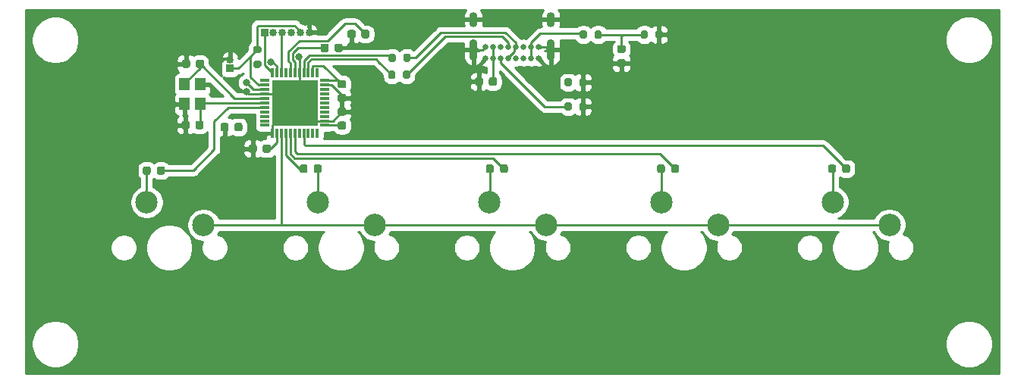
<source format=gbr>
%TF.GenerationSoftware,KiCad,Pcbnew,(5.1.7)-1*%
%TF.CreationDate,2021-01-12T02:41:31-08:00*%
%TF.ProjectId,pain5,7061696e-352e-46b6-9963-61645f706362,rev?*%
%TF.SameCoordinates,Original*%
%TF.FileFunction,Copper,L1,Top*%
%TF.FilePolarity,Positive*%
%FSLAX46Y46*%
G04 Gerber Fmt 4.6, Leading zero omitted, Abs format (unit mm)*
G04 Created by KiCad (PCBNEW (5.1.7)-1) date 2021-01-12 02:41:31*
%MOMM*%
%LPD*%
G01*
G04 APERTURE LIST*
%TA.AperFunction,ComponentPad*%
%ADD10O,0.900000X1.700000*%
%TD*%
%TA.AperFunction,ComponentPad*%
%ADD11O,0.900000X2.400000*%
%TD*%
%TA.AperFunction,ComponentPad*%
%ADD12C,0.650000*%
%TD*%
%TA.AperFunction,ComponentPad*%
%ADD13O,0.850000X0.850000*%
%TD*%
%TA.AperFunction,ComponentPad*%
%ADD14R,0.850000X0.850000*%
%TD*%
%TA.AperFunction,ComponentPad*%
%ADD15C,2.500000*%
%TD*%
%TA.AperFunction,SMDPad,CuDef*%
%ADD16R,5.080000X5.080000*%
%TD*%
%TA.AperFunction,SMDPad,CuDef*%
%ADD17R,0.300000X1.000000*%
%TD*%
%TA.AperFunction,SMDPad,CuDef*%
%ADD18R,1.000000X0.300000*%
%TD*%
%TA.AperFunction,SMDPad,CuDef*%
%ADD19R,1.200000X1.400000*%
%TD*%
%TA.AperFunction,ViaPad*%
%ADD20C,0.800000*%
%TD*%
%TA.AperFunction,Conductor*%
%ADD21C,0.250000*%
%TD*%
%TA.AperFunction,Conductor*%
%ADD22C,0.254000*%
%TD*%
%TA.AperFunction,Conductor*%
%ADD23C,0.100000*%
%TD*%
G04 APERTURE END LIST*
D10*
%TO.P,J1,S1*%
%TO.N,GND*%
X169325000Y-64740000D03*
X160675000Y-64740000D03*
D11*
X169325000Y-68120000D03*
X160675000Y-68120000D03*
D12*
%TO.P,J1,B1*%
X167980000Y-67775000D03*
%TO.P,J1,B4*%
%TO.N,VCC*%
X167130000Y-67775000D03*
%TO.P,J1,B5*%
%TO.N,Net-(J1-PadB5)*%
X166280000Y-67775000D03*
%TO.P,J1,B6*%
%TO.N,Net-(J1-PadA6)*%
X165430000Y-67775000D03*
%TO.P,J1,B7*%
%TO.N,Net-(J1-PadA7)*%
X164580000Y-67775000D03*
%TO.P,J1,B8*%
%TO.N,Net-(J1-PadB8)*%
X163730000Y-67775000D03*
%TO.P,J1,B9*%
%TO.N,VCC*%
X162880000Y-67775000D03*
%TO.P,J1,B12*%
%TO.N,GND*%
X162025000Y-67775000D03*
%TO.P,J1,A12*%
X167975000Y-69100000D03*
%TO.P,J1,A9*%
%TO.N,VCC*%
X167125000Y-69100000D03*
%TO.P,J1,A8*%
%TO.N,Net-(J1-PadA8)*%
X166275000Y-69100000D03*
%TO.P,J1,A7*%
%TO.N,Net-(J1-PadA7)*%
X165425000Y-69100000D03*
%TO.P,J1,A6*%
%TO.N,Net-(J1-PadA6)*%
X164575000Y-69100000D03*
%TO.P,J1,A4*%
%TO.N,VCC*%
X162875000Y-69100000D03*
%TO.P,J1,A1*%
%TO.N,GND*%
X162025000Y-69100000D03*
%TO.P,J1,A5*%
%TO.N,Net-(J1-PadA5)*%
X163725000Y-69100000D03*
%TD*%
D13*
%TO.P,J2,6*%
%TO.N,GND*%
X142350000Y-66150000D03*
%TO.P,J2,5*%
%TO.N,/RST*%
X141350000Y-66150000D03*
%TO.P,J2,4*%
%TO.N,/MOSI*%
X140350000Y-66150000D03*
%TO.P,J2,3*%
%TO.N,/SCK*%
X139350000Y-66150000D03*
%TO.P,J2,2*%
%TO.N,VCC*%
X138350000Y-66150000D03*
D14*
%TO.P,J2,1*%
%TO.N,/MISO*%
X137350000Y-66150000D03*
%TD*%
%TO.P,C1,1*%
%TO.N,/XTAL1*%
%TA.AperFunction,SMDPad,CuDef*%
G36*
G01*
X130550000Y-76270000D02*
X130550000Y-76770000D01*
G75*
G02*
X130325000Y-76995000I-225000J0D01*
G01*
X129875000Y-76995000D01*
G75*
G02*
X129650000Y-76770000I0J225000D01*
G01*
X129650000Y-76270000D01*
G75*
G02*
X129875000Y-76045000I225000J0D01*
G01*
X130325000Y-76045000D01*
G75*
G02*
X130550000Y-76270000I0J-225000D01*
G01*
G37*
%TD.AperFunction*%
%TO.P,C1,2*%
%TO.N,GND*%
%TA.AperFunction,SMDPad,CuDef*%
G36*
G01*
X129000000Y-76270000D02*
X129000000Y-76770000D01*
G75*
G02*
X128775000Y-76995000I-225000J0D01*
G01*
X128325000Y-76995000D01*
G75*
G02*
X128100000Y-76770000I0J225000D01*
G01*
X128100000Y-76270000D01*
G75*
G02*
X128325000Y-76045000I225000J0D01*
G01*
X128775000Y-76045000D01*
G75*
G02*
X129000000Y-76270000I0J-225000D01*
G01*
G37*
%TD.AperFunction*%
%TD*%
%TO.P,C2,1*%
%TO.N,/XTAL2*%
%TA.AperFunction,SMDPad,CuDef*%
G36*
G01*
X130600000Y-69412000D02*
X130600000Y-69912000D01*
G75*
G02*
X130375000Y-70137000I-225000J0D01*
G01*
X129925000Y-70137000D01*
G75*
G02*
X129700000Y-69912000I0J225000D01*
G01*
X129700000Y-69412000D01*
G75*
G02*
X129925000Y-69187000I225000J0D01*
G01*
X130375000Y-69187000D01*
G75*
G02*
X130600000Y-69412000I0J-225000D01*
G01*
G37*
%TD.AperFunction*%
%TO.P,C2,2*%
%TO.N,GND*%
%TA.AperFunction,SMDPad,CuDef*%
G36*
G01*
X129050000Y-69412000D02*
X129050000Y-69912000D01*
G75*
G02*
X128825000Y-70137000I-225000J0D01*
G01*
X128375000Y-70137000D01*
G75*
G02*
X128150000Y-69912000I0J225000D01*
G01*
X128150000Y-69412000D01*
G75*
G02*
X128375000Y-69187000I225000J0D01*
G01*
X128825000Y-69187000D01*
G75*
G02*
X129050000Y-69412000I0J-225000D01*
G01*
G37*
%TD.AperFunction*%
%TD*%
%TO.P,C3,2*%
%TO.N,GND*%
%TA.AperFunction,SMDPad,CuDef*%
G36*
G01*
X133350000Y-76500000D02*
X133350000Y-77000000D01*
G75*
G02*
X133125000Y-77225000I-225000J0D01*
G01*
X132675000Y-77225000D01*
G75*
G02*
X132450000Y-77000000I0J225000D01*
G01*
X132450000Y-76500000D01*
G75*
G02*
X132675000Y-76275000I225000J0D01*
G01*
X133125000Y-76275000D01*
G75*
G02*
X133350000Y-76500000I0J-225000D01*
G01*
G37*
%TD.AperFunction*%
%TO.P,C3,1*%
%TO.N,VCC*%
%TA.AperFunction,SMDPad,CuDef*%
G36*
G01*
X134900000Y-76500000D02*
X134900000Y-77000000D01*
G75*
G02*
X134675000Y-77225000I-225000J0D01*
G01*
X134225000Y-77225000D01*
G75*
G02*
X134000000Y-77000000I0J225000D01*
G01*
X134000000Y-76500000D01*
G75*
G02*
X134225000Y-76275000I225000J0D01*
G01*
X134675000Y-76275000D01*
G75*
G02*
X134900000Y-76500000I0J-225000D01*
G01*
G37*
%TD.AperFunction*%
%TD*%
%TO.P,C4,1*%
%TO.N,VCC*%
%TA.AperFunction,SMDPad,CuDef*%
G36*
G01*
X138050000Y-78900000D02*
X138050000Y-79400000D01*
G75*
G02*
X137825000Y-79625000I-225000J0D01*
G01*
X137375000Y-79625000D01*
G75*
G02*
X137150000Y-79400000I0J225000D01*
G01*
X137150000Y-78900000D01*
G75*
G02*
X137375000Y-78675000I225000J0D01*
G01*
X137825000Y-78675000D01*
G75*
G02*
X138050000Y-78900000I0J-225000D01*
G01*
G37*
%TD.AperFunction*%
%TO.P,C4,2*%
%TO.N,GND*%
%TA.AperFunction,SMDPad,CuDef*%
G36*
G01*
X136500000Y-78900000D02*
X136500000Y-79400000D01*
G75*
G02*
X136275000Y-79625000I-225000J0D01*
G01*
X135825000Y-79625000D01*
G75*
G02*
X135600000Y-79400000I0J225000D01*
G01*
X135600000Y-78900000D01*
G75*
G02*
X135825000Y-78675000I225000J0D01*
G01*
X136275000Y-78675000D01*
G75*
G02*
X136500000Y-78900000I0J-225000D01*
G01*
G37*
%TD.AperFunction*%
%TD*%
%TO.P,C5,2*%
%TO.N,GND*%
%TA.AperFunction,SMDPad,CuDef*%
G36*
G01*
X145750000Y-73050000D02*
X146250000Y-73050000D01*
G75*
G02*
X146475000Y-73275000I0J-225000D01*
G01*
X146475000Y-73725000D01*
G75*
G02*
X146250000Y-73950000I-225000J0D01*
G01*
X145750000Y-73950000D01*
G75*
G02*
X145525000Y-73725000I0J225000D01*
G01*
X145525000Y-73275000D01*
G75*
G02*
X145750000Y-73050000I225000J0D01*
G01*
G37*
%TD.AperFunction*%
%TO.P,C5,1*%
%TO.N,VCC*%
%TA.AperFunction,SMDPad,CuDef*%
G36*
G01*
X145750000Y-71500000D02*
X146250000Y-71500000D01*
G75*
G02*
X146475000Y-71725000I0J-225000D01*
G01*
X146475000Y-72175000D01*
G75*
G02*
X146250000Y-72400000I-225000J0D01*
G01*
X145750000Y-72400000D01*
G75*
G02*
X145525000Y-72175000I0J225000D01*
G01*
X145525000Y-71725000D01*
G75*
G02*
X145750000Y-71500000I225000J0D01*
G01*
G37*
%TD.AperFunction*%
%TD*%
%TO.P,C6,1*%
%TO.N,VCC*%
%TA.AperFunction,SMDPad,CuDef*%
G36*
G01*
X146250000Y-77025000D02*
X145750000Y-77025000D01*
G75*
G02*
X145525000Y-76800000I0J225000D01*
G01*
X145525000Y-76350000D01*
G75*
G02*
X145750000Y-76125000I225000J0D01*
G01*
X146250000Y-76125000D01*
G75*
G02*
X146475000Y-76350000I0J-225000D01*
G01*
X146475000Y-76800000D01*
G75*
G02*
X146250000Y-77025000I-225000J0D01*
G01*
G37*
%TD.AperFunction*%
%TO.P,C6,2*%
%TO.N,GND*%
%TA.AperFunction,SMDPad,CuDef*%
G36*
G01*
X146250000Y-75475000D02*
X145750000Y-75475000D01*
G75*
G02*
X145525000Y-75250000I0J225000D01*
G01*
X145525000Y-74800000D01*
G75*
G02*
X145750000Y-74575000I225000J0D01*
G01*
X146250000Y-74575000D01*
G75*
G02*
X146475000Y-74800000I0J-225000D01*
G01*
X146475000Y-75250000D01*
G75*
G02*
X146250000Y-75475000I-225000J0D01*
G01*
G37*
%TD.AperFunction*%
%TD*%
%TO.P,C7,2*%
%TO.N,GND*%
%TA.AperFunction,SMDPad,CuDef*%
G36*
G01*
X147525000Y-66100000D02*
X147525000Y-66600000D01*
G75*
G02*
X147300000Y-66825000I-225000J0D01*
G01*
X146850000Y-66825000D01*
G75*
G02*
X146625000Y-66600000I0J225000D01*
G01*
X146625000Y-66100000D01*
G75*
G02*
X146850000Y-65875000I225000J0D01*
G01*
X147300000Y-65875000D01*
G75*
G02*
X147525000Y-66100000I0J-225000D01*
G01*
G37*
%TD.AperFunction*%
%TO.P,C7,1*%
%TO.N,VCC*%
%TA.AperFunction,SMDPad,CuDef*%
G36*
G01*
X149075000Y-66100000D02*
X149075000Y-66600000D01*
G75*
G02*
X148850000Y-66825000I-225000J0D01*
G01*
X148400000Y-66825000D01*
G75*
G02*
X148175000Y-66600000I0J225000D01*
G01*
X148175000Y-66100000D01*
G75*
G02*
X148400000Y-65875000I225000J0D01*
G01*
X148850000Y-65875000D01*
G75*
G02*
X149075000Y-66100000I0J-225000D01*
G01*
G37*
%TD.AperFunction*%
%TD*%
%TO.P,C8,1*%
%TO.N,VCC*%
%TA.AperFunction,SMDPad,CuDef*%
G36*
G01*
X163300000Y-71400000D02*
X163300000Y-71900000D01*
G75*
G02*
X163075000Y-72125000I-225000J0D01*
G01*
X162625000Y-72125000D01*
G75*
G02*
X162400000Y-71900000I0J225000D01*
G01*
X162400000Y-71400000D01*
G75*
G02*
X162625000Y-71175000I225000J0D01*
G01*
X163075000Y-71175000D01*
G75*
G02*
X163300000Y-71400000I0J-225000D01*
G01*
G37*
%TD.AperFunction*%
%TO.P,C8,2*%
%TO.N,GND*%
%TA.AperFunction,SMDPad,CuDef*%
G36*
G01*
X161750000Y-71400000D02*
X161750000Y-71900000D01*
G75*
G02*
X161525000Y-72125000I-225000J0D01*
G01*
X161075000Y-72125000D01*
G75*
G02*
X160850000Y-71900000I0J225000D01*
G01*
X160850000Y-71400000D01*
G75*
G02*
X161075000Y-71175000I225000J0D01*
G01*
X161525000Y-71175000D01*
G75*
G02*
X161750000Y-71400000I0J-225000D01*
G01*
G37*
%TD.AperFunction*%
%TD*%
%TO.P,C9,2*%
%TO.N,GND*%
%TA.AperFunction,SMDPad,CuDef*%
G36*
G01*
X145175000Y-68150000D02*
X145175000Y-67650000D01*
G75*
G02*
X145400000Y-67425000I225000J0D01*
G01*
X145850000Y-67425000D01*
G75*
G02*
X146075000Y-67650000I0J-225000D01*
G01*
X146075000Y-68150000D01*
G75*
G02*
X145850000Y-68375000I-225000J0D01*
G01*
X145400000Y-68375000D01*
G75*
G02*
X145175000Y-68150000I0J225000D01*
G01*
G37*
%TD.AperFunction*%
%TO.P,C9,1*%
%TO.N,Net-(C9-Pad1)*%
%TA.AperFunction,SMDPad,CuDef*%
G36*
G01*
X143625000Y-68150000D02*
X143625000Y-67650000D01*
G75*
G02*
X143850000Y-67425000I225000J0D01*
G01*
X144300000Y-67425000D01*
G75*
G02*
X144525000Y-67650000I0J-225000D01*
G01*
X144525000Y-68150000D01*
G75*
G02*
X144300000Y-68375000I-225000J0D01*
G01*
X143850000Y-68375000D01*
G75*
G02*
X143625000Y-68150000I0J225000D01*
G01*
G37*
%TD.AperFunction*%
%TD*%
%TO.P,D1,1*%
%TO.N,/K1*%
%TA.AperFunction,SMDPad,CuDef*%
G36*
G01*
X126225000Y-81343750D02*
X126225000Y-81856250D01*
G75*
G02*
X126006250Y-82075000I-218750J0D01*
G01*
X125568750Y-82075000D01*
G75*
G02*
X125350000Y-81856250I0J218750D01*
G01*
X125350000Y-81343750D01*
G75*
G02*
X125568750Y-81125000I218750J0D01*
G01*
X126006250Y-81125000D01*
G75*
G02*
X126225000Y-81343750I0J-218750D01*
G01*
G37*
%TD.AperFunction*%
%TO.P,D1,2*%
%TO.N,Net-(D1-Pad2)*%
%TA.AperFunction,SMDPad,CuDef*%
G36*
G01*
X124650000Y-81343750D02*
X124650000Y-81856250D01*
G75*
G02*
X124431250Y-82075000I-218750J0D01*
G01*
X123993750Y-82075000D01*
G75*
G02*
X123775000Y-81856250I0J218750D01*
G01*
X123775000Y-81343750D01*
G75*
G02*
X123993750Y-81125000I218750J0D01*
G01*
X124431250Y-81125000D01*
G75*
G02*
X124650000Y-81343750I0J-218750D01*
G01*
G37*
%TD.AperFunction*%
%TD*%
%TO.P,D2,1*%
%TO.N,/K2*%
%TA.AperFunction,SMDPad,CuDef*%
G36*
G01*
X141287500Y-81656250D02*
X141287500Y-81143750D01*
G75*
G02*
X141506250Y-80925000I218750J0D01*
G01*
X141943750Y-80925000D01*
G75*
G02*
X142162500Y-81143750I0J-218750D01*
G01*
X142162500Y-81656250D01*
G75*
G02*
X141943750Y-81875000I-218750J0D01*
G01*
X141506250Y-81875000D01*
G75*
G02*
X141287500Y-81656250I0J218750D01*
G01*
G37*
%TD.AperFunction*%
%TO.P,D2,2*%
%TO.N,Net-(D2-Pad2)*%
%TA.AperFunction,SMDPad,CuDef*%
G36*
G01*
X142862500Y-81656250D02*
X142862500Y-81143750D01*
G75*
G02*
X143081250Y-80925000I218750J0D01*
G01*
X143518750Y-80925000D01*
G75*
G02*
X143737500Y-81143750I0J-218750D01*
G01*
X143737500Y-81656250D01*
G75*
G02*
X143518750Y-81875000I-218750J0D01*
G01*
X143081250Y-81875000D01*
G75*
G02*
X142862500Y-81656250I0J218750D01*
G01*
G37*
%TD.AperFunction*%
%TD*%
%TO.P,D3,2*%
%TO.N,Net-(D3-Pad2)*%
%TA.AperFunction,SMDPad,CuDef*%
G36*
G01*
X162950000Y-81143750D02*
X162950000Y-81656250D01*
G75*
G02*
X162731250Y-81875000I-218750J0D01*
G01*
X162293750Y-81875000D01*
G75*
G02*
X162075000Y-81656250I0J218750D01*
G01*
X162075000Y-81143750D01*
G75*
G02*
X162293750Y-80925000I218750J0D01*
G01*
X162731250Y-80925000D01*
G75*
G02*
X162950000Y-81143750I0J-218750D01*
G01*
G37*
%TD.AperFunction*%
%TO.P,D3,1*%
%TO.N,/K3*%
%TA.AperFunction,SMDPad,CuDef*%
G36*
G01*
X164525000Y-81143750D02*
X164525000Y-81656250D01*
G75*
G02*
X164306250Y-81875000I-218750J0D01*
G01*
X163868750Y-81875000D01*
G75*
G02*
X163650000Y-81656250I0J218750D01*
G01*
X163650000Y-81143750D01*
G75*
G02*
X163868750Y-80925000I218750J0D01*
G01*
X164306250Y-80925000D01*
G75*
G02*
X164525000Y-81143750I0J-218750D01*
G01*
G37*
%TD.AperFunction*%
%TD*%
%TO.P,D4,1*%
%TO.N,/K4*%
%TA.AperFunction,SMDPad,CuDef*%
G36*
G01*
X183625000Y-81143750D02*
X183625000Y-81656250D01*
G75*
G02*
X183406250Y-81875000I-218750J0D01*
G01*
X182968750Y-81875000D01*
G75*
G02*
X182750000Y-81656250I0J218750D01*
G01*
X182750000Y-81143750D01*
G75*
G02*
X182968750Y-80925000I218750J0D01*
G01*
X183406250Y-80925000D01*
G75*
G02*
X183625000Y-81143750I0J-218750D01*
G01*
G37*
%TD.AperFunction*%
%TO.P,D4,2*%
%TO.N,Net-(D4-Pad2)*%
%TA.AperFunction,SMDPad,CuDef*%
G36*
G01*
X182050000Y-81143750D02*
X182050000Y-81656250D01*
G75*
G02*
X181831250Y-81875000I-218750J0D01*
G01*
X181393750Y-81875000D01*
G75*
G02*
X181175000Y-81656250I0J218750D01*
G01*
X181175000Y-81143750D01*
G75*
G02*
X181393750Y-80925000I218750J0D01*
G01*
X181831250Y-80925000D01*
G75*
G02*
X182050000Y-81143750I0J-218750D01*
G01*
G37*
%TD.AperFunction*%
%TD*%
%TO.P,D5,2*%
%TO.N,Net-(D5-Pad2)*%
%TA.AperFunction,SMDPad,CuDef*%
G36*
G01*
X201150000Y-81143750D02*
X201150000Y-81656250D01*
G75*
G02*
X200931250Y-81875000I-218750J0D01*
G01*
X200493750Y-81875000D01*
G75*
G02*
X200275000Y-81656250I0J218750D01*
G01*
X200275000Y-81143750D01*
G75*
G02*
X200493750Y-80925000I218750J0D01*
G01*
X200931250Y-80925000D01*
G75*
G02*
X201150000Y-81143750I0J-218750D01*
G01*
G37*
%TD.AperFunction*%
%TO.P,D5,1*%
%TO.N,/K5*%
%TA.AperFunction,SMDPad,CuDef*%
G36*
G01*
X202725000Y-81143750D02*
X202725000Y-81656250D01*
G75*
G02*
X202506250Y-81875000I-218750J0D01*
G01*
X202068750Y-81875000D01*
G75*
G02*
X201850000Y-81656250I0J218750D01*
G01*
X201850000Y-81143750D01*
G75*
G02*
X202068750Y-80925000I218750J0D01*
G01*
X202506250Y-80925000D01*
G75*
G02*
X202725000Y-81143750I0J-218750D01*
G01*
G37*
%TD.AperFunction*%
%TD*%
%TO.P,D6,1*%
%TO.N,GND*%
%TA.AperFunction,SMDPad,CuDef*%
G36*
G01*
X177456250Y-70037500D02*
X176943750Y-70037500D01*
G75*
G02*
X176725000Y-69818750I0J218750D01*
G01*
X176725000Y-69381250D01*
G75*
G02*
X176943750Y-69162500I218750J0D01*
G01*
X177456250Y-69162500D01*
G75*
G02*
X177675000Y-69381250I0J-218750D01*
G01*
X177675000Y-69818750D01*
G75*
G02*
X177456250Y-70037500I-218750J0D01*
G01*
G37*
%TD.AperFunction*%
%TO.P,D6,2*%
%TO.N,Net-(D6-Pad2)*%
%TA.AperFunction,SMDPad,CuDef*%
G36*
G01*
X177456250Y-68462500D02*
X176943750Y-68462500D01*
G75*
G02*
X176725000Y-68243750I0J218750D01*
G01*
X176725000Y-67806250D01*
G75*
G02*
X176943750Y-67587500I218750J0D01*
G01*
X177456250Y-67587500D01*
G75*
G02*
X177675000Y-67806250I0J-218750D01*
G01*
X177675000Y-68243750D01*
G75*
G02*
X177456250Y-68462500I-218750J0D01*
G01*
G37*
%TD.AperFunction*%
%TD*%
%TO.P,J3,1*%
%TO.N,/RST*%
X133500000Y-70200000D03*
D13*
%TO.P,J3,2*%
%TO.N,GND*%
X133500000Y-69200000D03*
%TD*%
D15*
%TO.P,K1,1*%
%TO.N,/KVCC*%
X130550000Y-87685000D03*
%TO.P,K1,2*%
%TO.N,Net-(D1-Pad2)*%
X124200000Y-85145000D03*
%TD*%
%TO.P,K2,2*%
%TO.N,Net-(D2-Pad2)*%
X143350000Y-85145000D03*
%TO.P,K2,1*%
%TO.N,/KVCC*%
X149700000Y-87685000D03*
%TD*%
%TO.P,K3,1*%
%TO.N,/KVCC*%
X168825000Y-87685000D03*
%TO.P,K3,2*%
%TO.N,Net-(D3-Pad2)*%
X162475000Y-85145000D03*
%TD*%
%TO.P,K4,2*%
%TO.N,Net-(D4-Pad2)*%
X181625000Y-85145000D03*
%TO.P,K4,1*%
%TO.N,/KVCC*%
X187975000Y-87685000D03*
%TD*%
%TO.P,K5,1*%
%TO.N,/KVCC*%
X207115000Y-87680000D03*
%TO.P,K5,2*%
%TO.N,Net-(D5-Pad2)*%
X200765000Y-85140000D03*
%TD*%
%TO.P,R1,1*%
%TO.N,/DATA-*%
%TA.AperFunction,SMDPad,CuDef*%
G36*
G01*
X151175000Y-71175000D02*
X151175000Y-70625000D01*
G75*
G02*
X151375000Y-70425000I200000J0D01*
G01*
X151775000Y-70425000D01*
G75*
G02*
X151975000Y-70625000I0J-200000D01*
G01*
X151975000Y-71175000D01*
G75*
G02*
X151775000Y-71375000I-200000J0D01*
G01*
X151375000Y-71375000D01*
G75*
G02*
X151175000Y-71175000I0J200000D01*
G01*
G37*
%TD.AperFunction*%
%TO.P,R1,2*%
%TO.N,Net-(J1-PadA7)*%
%TA.AperFunction,SMDPad,CuDef*%
G36*
G01*
X152825000Y-71175000D02*
X152825000Y-70625000D01*
G75*
G02*
X153025000Y-70425000I200000J0D01*
G01*
X153425000Y-70425000D01*
G75*
G02*
X153625000Y-70625000I0J-200000D01*
G01*
X153625000Y-71175000D01*
G75*
G02*
X153425000Y-71375000I-200000J0D01*
G01*
X153025000Y-71375000D01*
G75*
G02*
X152825000Y-71175000I0J200000D01*
G01*
G37*
%TD.AperFunction*%
%TD*%
%TO.P,R2,1*%
%TO.N,/DATA+*%
%TA.AperFunction,SMDPad,CuDef*%
G36*
G01*
X151200000Y-69275000D02*
X151200000Y-68725000D01*
G75*
G02*
X151400000Y-68525000I200000J0D01*
G01*
X151800000Y-68525000D01*
G75*
G02*
X152000000Y-68725000I0J-200000D01*
G01*
X152000000Y-69275000D01*
G75*
G02*
X151800000Y-69475000I-200000J0D01*
G01*
X151400000Y-69475000D01*
G75*
G02*
X151200000Y-69275000I0J200000D01*
G01*
G37*
%TD.AperFunction*%
%TO.P,R2,2*%
%TO.N,Net-(J1-PadA6)*%
%TA.AperFunction,SMDPad,CuDef*%
G36*
G01*
X152850000Y-69275000D02*
X152850000Y-68725000D01*
G75*
G02*
X153050000Y-68525000I200000J0D01*
G01*
X153450000Y-68525000D01*
G75*
G02*
X153650000Y-68725000I0J-200000D01*
G01*
X153650000Y-69275000D01*
G75*
G02*
X153450000Y-69475000I-200000J0D01*
G01*
X153050000Y-69475000D01*
G75*
G02*
X152850000Y-69275000I0J200000D01*
G01*
G37*
%TD.AperFunction*%
%TD*%
%TO.P,R3,2*%
%TO.N,GND*%
%TA.AperFunction,SMDPad,CuDef*%
G36*
G01*
X172500000Y-74725000D02*
X172500000Y-74175000D01*
G75*
G02*
X172700000Y-73975000I200000J0D01*
G01*
X173100000Y-73975000D01*
G75*
G02*
X173300000Y-74175000I0J-200000D01*
G01*
X173300000Y-74725000D01*
G75*
G02*
X173100000Y-74925000I-200000J0D01*
G01*
X172700000Y-74925000D01*
G75*
G02*
X172500000Y-74725000I0J200000D01*
G01*
G37*
%TD.AperFunction*%
%TO.P,R3,1*%
%TO.N,Net-(J1-PadA5)*%
%TA.AperFunction,SMDPad,CuDef*%
G36*
G01*
X170850000Y-74725000D02*
X170850000Y-74175000D01*
G75*
G02*
X171050000Y-73975000I200000J0D01*
G01*
X171450000Y-73975000D01*
G75*
G02*
X171650000Y-74175000I0J-200000D01*
G01*
X171650000Y-74725000D01*
G75*
G02*
X171450000Y-74925000I-200000J0D01*
G01*
X171050000Y-74925000D01*
G75*
G02*
X170850000Y-74725000I0J200000D01*
G01*
G37*
%TD.AperFunction*%
%TD*%
%TO.P,R4,1*%
%TO.N,Net-(J1-PadB5)*%
%TA.AperFunction,SMDPad,CuDef*%
G36*
G01*
X170850000Y-72025000D02*
X170850000Y-71475000D01*
G75*
G02*
X171050000Y-71275000I200000J0D01*
G01*
X171450000Y-71275000D01*
G75*
G02*
X171650000Y-71475000I0J-200000D01*
G01*
X171650000Y-72025000D01*
G75*
G02*
X171450000Y-72225000I-200000J0D01*
G01*
X171050000Y-72225000D01*
G75*
G02*
X170850000Y-72025000I0J200000D01*
G01*
G37*
%TD.AperFunction*%
%TO.P,R4,2*%
%TO.N,GND*%
%TA.AperFunction,SMDPad,CuDef*%
G36*
G01*
X172500000Y-72025000D02*
X172500000Y-71475000D01*
G75*
G02*
X172700000Y-71275000I200000J0D01*
G01*
X173100000Y-71275000D01*
G75*
G02*
X173300000Y-71475000I0J-200000D01*
G01*
X173300000Y-72025000D01*
G75*
G02*
X173100000Y-72225000I-200000J0D01*
G01*
X172700000Y-72225000D01*
G75*
G02*
X172500000Y-72025000I0J200000D01*
G01*
G37*
%TD.AperFunction*%
%TD*%
%TO.P,R5,2*%
%TO.N,/RST*%
%TA.AperFunction,SMDPad,CuDef*%
G36*
G01*
X136825000Y-68475000D02*
X136275000Y-68475000D01*
G75*
G02*
X136075000Y-68275000I0J200000D01*
G01*
X136075000Y-67875000D01*
G75*
G02*
X136275000Y-67675000I200000J0D01*
G01*
X136825000Y-67675000D01*
G75*
G02*
X137025000Y-67875000I0J-200000D01*
G01*
X137025000Y-68275000D01*
G75*
G02*
X136825000Y-68475000I-200000J0D01*
G01*
G37*
%TD.AperFunction*%
%TO.P,R5,1*%
%TO.N,VCC*%
%TA.AperFunction,SMDPad,CuDef*%
G36*
G01*
X136825000Y-70125000D02*
X136275000Y-70125000D01*
G75*
G02*
X136075000Y-69925000I0J200000D01*
G01*
X136075000Y-69525000D01*
G75*
G02*
X136275000Y-69325000I200000J0D01*
G01*
X136825000Y-69325000D01*
G75*
G02*
X137025000Y-69525000I0J-200000D01*
G01*
X137025000Y-69925000D01*
G75*
G02*
X136825000Y-70125000I-200000J0D01*
G01*
G37*
%TD.AperFunction*%
%TD*%
D16*
%TO.P,U1,TAB*%
%TO.N,GND*%
X140750000Y-74050000D03*
D17*
%TO.P,U1,1*%
%TO.N,Net-(U1-Pad1)*%
X143250000Y-70700000D03*
%TO.P,U1,2*%
%TO.N,VCC*%
X142750000Y-70700000D03*
%TO.P,U1,3*%
%TO.N,/DATA-*%
X142250000Y-70700000D03*
%TO.P,U1,4*%
%TO.N,/DATA+*%
X141750000Y-70700000D03*
%TO.P,U1,5*%
%TO.N,GND*%
X141250000Y-70700000D03*
%TO.P,U1,6*%
%TO.N,Net-(C9-Pad1)*%
X140750000Y-70700000D03*
%TO.P,U1,7*%
%TO.N,VCC*%
X140250000Y-70700000D03*
%TO.P,U1,8*%
%TO.N,Net-(U1-Pad8)*%
X139750000Y-70700000D03*
%TO.P,U1,9*%
%TO.N,/SCK*%
X139250000Y-70700000D03*
%TO.P,U1,10*%
%TO.N,/MOSI*%
X138750000Y-70700000D03*
%TO.P,U1,11*%
%TO.N,/MISO*%
X138250000Y-70700000D03*
D18*
%TO.P,U1,12*%
%TO.N,Net-(U1-Pad12)*%
X137400000Y-71550000D03*
%TO.P,U1,13*%
%TO.N,/RST*%
X137400000Y-72050000D03*
%TO.P,U1,14*%
%TO.N,VCC*%
X137400000Y-72550000D03*
%TO.P,U1,15*%
%TO.N,GND*%
X137400000Y-73050000D03*
%TO.P,U1,16*%
%TO.N,/XTAL2*%
X137400000Y-73550000D03*
%TO.P,U1,17*%
%TO.N,/XTAL1*%
X137400000Y-74050000D03*
%TO.P,U1,18*%
%TO.N,/K1*%
X137400000Y-74550000D03*
%TO.P,U1,19*%
%TO.N,Net-(U1-Pad19)*%
X137400000Y-75050000D03*
%TO.P,U1,20*%
%TO.N,Net-(U1-Pad20)*%
X137400000Y-75550000D03*
%TO.P,U1,21*%
%TO.N,Net-(U1-Pad21)*%
X137400000Y-76050000D03*
%TO.P,U1,22*%
%TO.N,Net-(U1-Pad22)*%
X137400000Y-76550000D03*
D17*
%TO.P,U1,23*%
%TO.N,GND*%
X138250000Y-77400000D03*
%TO.P,U1,24*%
%TO.N,VCC*%
X138750000Y-77400000D03*
%TO.P,U1,25*%
%TO.N,/KVCC*%
X139250000Y-77400000D03*
%TO.P,U1,26*%
%TO.N,/K2*%
X139750000Y-77400000D03*
%TO.P,U1,27*%
%TO.N,/K3*%
X140250000Y-77400000D03*
%TO.P,U1,28*%
%TO.N,/K4*%
X140750000Y-77400000D03*
%TO.P,U1,29*%
%TO.N,Net-(U1-Pad29)*%
X141250000Y-77400000D03*
%TO.P,U1,30*%
%TO.N,/K5*%
X141750000Y-77400000D03*
%TO.P,U1,31*%
%TO.N,Net-(U1-Pad31)*%
X142250000Y-77400000D03*
%TO.P,U1,32*%
%TO.N,Net-(U1-Pad32)*%
X142750000Y-77400000D03*
%TO.P,U1,33*%
%TO.N,Net-(U1-Pad33)*%
X143250000Y-77400000D03*
D18*
%TO.P,U1,34*%
%TO.N,VCC*%
X144100000Y-76550000D03*
%TO.P,U1,35*%
%TO.N,GND*%
X144100000Y-76050000D03*
%TO.P,U1,36*%
%TO.N,Net-(U1-Pad36)*%
X144100000Y-75550000D03*
%TO.P,U1,37*%
%TO.N,Net-(U1-Pad37)*%
X144100000Y-75050000D03*
%TO.P,U1,38*%
%TO.N,Net-(U1-Pad38)*%
X144100000Y-74550000D03*
%TO.P,U1,39*%
%TO.N,Net-(U1-Pad39)*%
X144100000Y-74050000D03*
%TO.P,U1,40*%
%TO.N,Net-(U1-Pad40)*%
X144100000Y-73550000D03*
%TO.P,U1,41*%
%TO.N,Net-(U1-Pad41)*%
X144100000Y-73050000D03*
%TO.P,U1,42*%
%TO.N,Net-(U1-Pad42)*%
X144100000Y-72550000D03*
%TO.P,U1,43*%
%TO.N,GND*%
X144100000Y-72050000D03*
%TO.P,U1,44*%
%TO.N,VCC*%
X144100000Y-71550000D03*
%TD*%
D19*
%TO.P,Y1,1*%
%TO.N,/XTAL1*%
X130150000Y-74175000D03*
%TO.P,Y1,2*%
%TO.N,GND*%
X130150000Y-71975000D03*
%TO.P,Y1,3*%
%TO.N,/XTAL2*%
X128450000Y-71975000D03*
%TO.P,Y1,4*%
%TO.N,GND*%
X128450000Y-74175000D03*
%TD*%
%TO.P,R6,2*%
%TO.N,Net-(D6-Pad2)*%
%TA.AperFunction,SMDPad,CuDef*%
G36*
G01*
X174200000Y-66675000D02*
X174200000Y-66125000D01*
G75*
G02*
X174400000Y-65925000I200000J0D01*
G01*
X174800000Y-65925000D01*
G75*
G02*
X175000000Y-66125000I0J-200000D01*
G01*
X175000000Y-66675000D01*
G75*
G02*
X174800000Y-66875000I-200000J0D01*
G01*
X174400000Y-66875000D01*
G75*
G02*
X174200000Y-66675000I0J200000D01*
G01*
G37*
%TD.AperFunction*%
%TO.P,R6,1*%
%TO.N,VCC*%
%TA.AperFunction,SMDPad,CuDef*%
G36*
G01*
X172550000Y-66675000D02*
X172550000Y-66125000D01*
G75*
G02*
X172750000Y-65925000I200000J0D01*
G01*
X173150000Y-65925000D01*
G75*
G02*
X173350000Y-66125000I0J-200000D01*
G01*
X173350000Y-66675000D01*
G75*
G02*
X173150000Y-66875000I-200000J0D01*
G01*
X172750000Y-66875000D01*
G75*
G02*
X172550000Y-66675000I0J200000D01*
G01*
G37*
%TD.AperFunction*%
%TD*%
%TO.P,R7,1*%
%TO.N,Net-(D6-Pad2)*%
%TA.AperFunction,SMDPad,CuDef*%
G36*
G01*
X179350000Y-66675000D02*
X179350000Y-66125000D01*
G75*
G02*
X179550000Y-65925000I200000J0D01*
G01*
X179950000Y-65925000D01*
G75*
G02*
X180150000Y-66125000I0J-200000D01*
G01*
X180150000Y-66675000D01*
G75*
G02*
X179950000Y-66875000I-200000J0D01*
G01*
X179550000Y-66875000D01*
G75*
G02*
X179350000Y-66675000I0J200000D01*
G01*
G37*
%TD.AperFunction*%
%TO.P,R7,2*%
%TO.N,GND*%
%TA.AperFunction,SMDPad,CuDef*%
G36*
G01*
X181000000Y-66675000D02*
X181000000Y-66125000D01*
G75*
G02*
X181200000Y-65925000I200000J0D01*
G01*
X181600000Y-65925000D01*
G75*
G02*
X181800000Y-66125000I0J-200000D01*
G01*
X181800000Y-66675000D01*
G75*
G02*
X181600000Y-66875000I-200000J0D01*
G01*
X181200000Y-66875000D01*
G75*
G02*
X181000000Y-66675000I0J200000D01*
G01*
G37*
%TD.AperFunction*%
%TD*%
D20*
%TO.N,GND*%
X147075000Y-66325000D03*
X130159000Y-71932800D03*
X141219985Y-68855319D03*
X135350000Y-72825000D03*
%TO.N,VCC*%
X135350000Y-71750000D03*
X136550000Y-69725000D03*
X137600000Y-79150000D03*
X146000000Y-76575000D03*
X146000000Y-71950000D03*
X162850000Y-71650000D03*
X134450000Y-76750000D03*
%TO.N,Net-(J1-PadB5)*%
X171250000Y-71750000D03*
%TO.N,Net-(J1-PadA5)*%
X171250000Y-74450000D03*
%TO.N,/MOSI*%
X138075153Y-69499847D03*
%TD*%
D21*
%TO.N,/XTAL1*%
X130150000Y-76470000D02*
X130100000Y-76520000D01*
X130150000Y-74175000D02*
X130150000Y-76470000D01*
X130275000Y-74050000D02*
X137400000Y-74050000D01*
X130150000Y-74175000D02*
X130275000Y-74050000D01*
%TO.N,GND*%
X141250000Y-68885334D02*
X141219985Y-68855319D01*
X141250000Y-70700000D02*
X141250000Y-68885334D01*
X144975000Y-76050000D02*
X146000000Y-75025000D01*
X144100000Y-76050000D02*
X144975000Y-76050000D01*
X146000000Y-73214998D02*
X146000000Y-73500000D01*
X144835002Y-72050000D02*
X146000000Y-73214998D01*
X144100000Y-72050000D02*
X144835002Y-72050000D01*
X141250000Y-73550000D02*
X140750000Y-74050000D01*
X141250000Y-70700000D02*
X141250000Y-73550000D01*
X142750000Y-76050000D02*
X140750000Y-74050000D01*
X144100000Y-76050000D02*
X142750000Y-76050000D01*
X138250000Y-76550000D02*
X140750000Y-74050000D01*
X138250000Y-77400000D02*
X138250000Y-76550000D01*
X139750000Y-73050000D02*
X140750000Y-74050000D01*
X137400000Y-73050000D02*
X139750000Y-73050000D01*
X135575000Y-73050000D02*
X135350000Y-72825000D01*
X137400000Y-73050000D02*
X135575000Y-73050000D01*
X161680000Y-68120000D02*
X162025000Y-67775000D01*
X160675000Y-68120000D02*
X161680000Y-68120000D01*
X168980000Y-67775000D02*
X169325000Y-68120000D01*
X167980000Y-67775000D02*
X168980000Y-67775000D01*
X135350000Y-72825000D02*
X134805000Y-72825000D01*
%TO.N,/XTAL2*%
X130150000Y-70175000D02*
X130150000Y-69662000D01*
X128450000Y-71875000D02*
X130150000Y-70175000D01*
X128450000Y-71975000D02*
X128450000Y-71875000D01*
X134038000Y-73550000D02*
X137400000Y-73550000D01*
X130150000Y-69662000D02*
X134038000Y-73550000D01*
%TO.N,VCC*%
X138750000Y-78450000D02*
X138750000Y-77400000D01*
X138050000Y-79150000D02*
X138750000Y-78450000D01*
X137600000Y-79150000D02*
X138050000Y-79150000D01*
X145600000Y-71550000D02*
X146000000Y-71950000D01*
X144100000Y-71550000D02*
X145600000Y-71550000D01*
X145975000Y-76550000D02*
X146000000Y-76575000D01*
X144100000Y-76550000D02*
X145975000Y-76550000D01*
X167120000Y-69095000D02*
X167125000Y-69100000D01*
X162875000Y-71425000D02*
X162650000Y-71650000D01*
X162650000Y-71650000D02*
X162650000Y-71650000D01*
X167125000Y-69212002D02*
X167125000Y-69100000D01*
X167125000Y-67780000D02*
X167120000Y-67775000D01*
X162850000Y-69125000D02*
X162875000Y-69100000D01*
X162850000Y-71650000D02*
X162850000Y-69125000D01*
X162875000Y-67780000D02*
X162880000Y-67775000D01*
X162875000Y-69100000D02*
X162875000Y-67780000D01*
X167130000Y-69095000D02*
X167125000Y-69100000D01*
X167130000Y-67775000D02*
X167130000Y-69095000D01*
X167130000Y-67315381D02*
X168145381Y-66300000D01*
X167130000Y-67775000D02*
X167130000Y-67315381D01*
X147475000Y-65200000D02*
X148625000Y-66350000D01*
X146350000Y-65200000D02*
X147475000Y-65200000D01*
X141265902Y-67099990D02*
X144450010Y-67099990D01*
X144450010Y-67099990D02*
X146350000Y-65200000D01*
X140044975Y-68320917D02*
X141265902Y-67099990D01*
X140250000Y-69594746D02*
X140044974Y-69389720D01*
X140044974Y-69389720D02*
X140044975Y-68320917D01*
X140250000Y-70700000D02*
X140250000Y-69594746D01*
X136150000Y-72550000D02*
X137400000Y-72550000D01*
X135350000Y-71750000D02*
X136150000Y-72550000D01*
X143924999Y-69874999D02*
X146000000Y-71950000D01*
X142757801Y-69874999D02*
X143924999Y-69874999D01*
X142750000Y-69882800D02*
X142757801Y-69874999D01*
X142750000Y-70700000D02*
X142750000Y-69882800D01*
X172850000Y-66300000D02*
X172950000Y-66400000D01*
X168145381Y-66300000D02*
X172850000Y-66300000D01*
%TO.N,Net-(C9-Pad1)*%
X141102302Y-67900000D02*
X144075000Y-67900000D01*
X140494984Y-69203320D02*
X140494984Y-68507318D01*
X140494984Y-68507318D02*
X141102302Y-67900000D01*
X140750000Y-69458336D02*
X140494984Y-69203320D01*
X140750000Y-70700000D02*
X140750000Y-69458336D01*
%TO.N,/K1*%
X133322834Y-74550000D02*
X131750000Y-76122834D01*
X137400000Y-74550000D02*
X133322834Y-74550000D01*
X131750000Y-76122834D02*
X131750000Y-79250000D01*
X129400000Y-81600000D02*
X125787500Y-81600000D01*
X131750000Y-79250000D02*
X129400000Y-81600000D01*
%TO.N,Net-(D1-Pad2)*%
X124212500Y-85132500D02*
X124200000Y-85145000D01*
X124212500Y-81600000D02*
X124212500Y-85132500D01*
%TO.N,Net-(D2-Pad2)*%
X143300000Y-85095000D02*
X143350000Y-85145000D01*
X143300000Y-81400000D02*
X143300000Y-85095000D01*
%TO.N,/K2*%
X141263590Y-81400000D02*
X141725000Y-81400000D01*
X139750000Y-79886410D02*
X141263590Y-81400000D01*
X139750000Y-77400000D02*
X139750000Y-79886410D01*
%TO.N,/K3*%
X140250000Y-77400000D02*
X140250000Y-79750000D01*
X140250000Y-79750000D02*
X140700000Y-80200000D01*
X162887500Y-80200000D02*
X164087500Y-81400000D01*
X140700000Y-80200000D02*
X162887500Y-80200000D01*
%TO.N,Net-(D3-Pad2)*%
X162512500Y-85107500D02*
X162475000Y-85145000D01*
X162512500Y-81400000D02*
X162512500Y-85107500D01*
%TO.N,Net-(D4-Pad2)*%
X181625000Y-81412500D02*
X181612500Y-81400000D01*
X181625000Y-85145000D02*
X181625000Y-81412500D01*
%TO.N,/K4*%
X141000000Y-79700000D02*
X181487500Y-79700000D01*
X140750000Y-79450000D02*
X141000000Y-79700000D01*
X181487500Y-79700000D02*
X183187500Y-81400000D01*
X140750000Y-77400000D02*
X140750000Y-79450000D01*
%TO.N,/K5*%
X141750000Y-77400000D02*
X141750000Y-78650000D01*
X141750000Y-78650000D02*
X141900000Y-78800000D01*
X199687500Y-78800000D02*
X202287500Y-81400000D01*
X141900000Y-78800000D02*
X199687500Y-78800000D01*
%TO.N,Net-(D5-Pad2)*%
X200765000Y-81452500D02*
X200712500Y-81400000D01*
X200765000Y-85140000D02*
X200765000Y-81452500D01*
%TO.N,Net-(J1-PadA6)*%
X164575000Y-69212002D02*
X164575000Y-69100000D01*
X164575000Y-68987998D02*
X164575000Y-69100000D01*
X165230001Y-68332997D02*
X164575000Y-68987998D01*
X165230001Y-67919999D02*
X165230001Y-68332997D01*
X165375000Y-67775000D02*
X165230001Y-67919999D01*
X165430000Y-67775000D02*
X165375000Y-67775000D01*
X153250000Y-69000000D02*
X153400000Y-69000000D01*
X165430000Y-67315381D02*
X165430000Y-67775000D01*
X164259600Y-66144981D02*
X165430000Y-67315381D01*
X157055020Y-66144980D02*
X164259600Y-66144981D01*
X154200000Y-69000000D02*
X157055020Y-66144980D01*
X153250000Y-69000000D02*
X154200000Y-69000000D01*
%TO.N,Net-(J1-PadA7)*%
X165425000Y-68987998D02*
X165425000Y-69100000D01*
X153225000Y-70900000D02*
X153275010Y-70849990D01*
X153225000Y-70900000D02*
X154374999Y-69750001D01*
X157530010Y-66594990D02*
X154374999Y-69750001D01*
X163859609Y-66594990D02*
X157530010Y-66594990D01*
X164580000Y-67315381D02*
X163859609Y-66594990D01*
X164580000Y-67775000D02*
X164580000Y-67315381D01*
%TO.N,Net-(J1-PadA5)*%
X163725000Y-69559619D02*
X163725000Y-69100000D01*
X168615381Y-74450000D02*
X163725000Y-69559619D01*
X171250000Y-74450000D02*
X168615381Y-74450000D01*
%TO.N,/MISO*%
X137350000Y-69800000D02*
X137350000Y-66150000D01*
X138250000Y-70700000D02*
X137350000Y-69800000D01*
%TO.N,/SCK*%
X139250000Y-66250000D02*
X139350000Y-66150000D01*
X139250000Y-70700000D02*
X139250000Y-66250000D01*
%TO.N,/MOSI*%
X138299847Y-69499847D02*
X138075153Y-69499847D01*
X138750000Y-69950000D02*
X138299847Y-69499847D01*
X138750000Y-70700000D02*
X138750000Y-69950000D01*
%TO.N,/RST*%
X135749990Y-68875010D02*
X136550000Y-68075000D01*
X135749990Y-71134992D02*
X135749990Y-68875010D01*
X136664998Y-72050000D02*
X135749990Y-71134992D01*
X137400000Y-72050000D02*
X136664998Y-72050000D01*
X134425000Y-70200000D02*
X133500000Y-70200000D01*
X135749990Y-68875010D02*
X134425000Y-70200000D01*
X136550000Y-65514998D02*
X136550000Y-68075000D01*
X136664999Y-65399999D02*
X136550000Y-65514998D01*
X140710001Y-65399999D02*
X136664999Y-65399999D01*
X141100001Y-65789999D02*
X140710001Y-65399999D01*
X141100001Y-65900001D02*
X141100001Y-65789999D01*
X141350000Y-66150000D02*
X141100001Y-65900001D01*
%TO.N,/DATA-*%
X142250000Y-69500000D02*
X142299990Y-69450010D01*
X142250000Y-70700000D02*
X142250000Y-69500000D01*
X150125010Y-69450010D02*
X151575000Y-70900000D01*
X149825020Y-69150020D02*
X150125010Y-69450010D01*
X142595190Y-69150020D02*
X149825020Y-69150020D01*
X142250000Y-69495210D02*
X142595190Y-69150020D01*
X142250000Y-69500000D02*
X142250000Y-69495210D01*
%TO.N,/DATA+*%
X141750000Y-70700000D02*
X141750000Y-69350000D01*
X141750000Y-69350000D02*
X142100000Y-69000000D01*
X142100000Y-69000000D02*
X142108800Y-69000000D01*
X151300010Y-68700010D02*
X151600000Y-69000000D01*
X142408790Y-68700010D02*
X151300010Y-68700010D01*
X142108800Y-69000000D02*
X142408790Y-68700010D01*
%TO.N,/KVCC*%
X130555000Y-87680000D02*
X130550000Y-87685000D01*
X139250000Y-77400000D02*
X139250000Y-87610000D01*
X139250000Y-87610000D02*
X139320000Y-87680000D01*
X139320000Y-87680000D02*
X130555000Y-87680000D01*
X207115000Y-87680000D02*
X139320000Y-87680000D01*
%TO.N,Net-(D6-Pad2)*%
X177200000Y-66600000D02*
X177400000Y-66400000D01*
X177200000Y-68025000D02*
X177200000Y-66600000D01*
X177400000Y-66400000D02*
X179750000Y-66400000D01*
X174600000Y-66400000D02*
X177400000Y-66400000D01*
%TD*%
D22*
%TO.N,GND*%
X159721191Y-63807455D02*
X159635624Y-64003767D01*
X159590000Y-64213000D01*
X159590000Y-64613000D01*
X160548000Y-64613000D01*
X160548000Y-64593000D01*
X160802000Y-64593000D01*
X160802000Y-64613000D01*
X161760000Y-64613000D01*
X161760000Y-64213000D01*
X161714376Y-64003767D01*
X161628809Y-63807455D01*
X161526320Y-63660000D01*
X168473680Y-63660000D01*
X168371191Y-63807455D01*
X168285624Y-64003767D01*
X168240000Y-64213000D01*
X168240000Y-64613000D01*
X169198000Y-64613000D01*
X169198000Y-64593000D01*
X169452000Y-64593000D01*
X169452000Y-64613000D01*
X170410000Y-64613000D01*
X170410000Y-64213000D01*
X170364376Y-64003767D01*
X170278809Y-63807455D01*
X170176320Y-63660000D01*
X219315000Y-63660000D01*
X219315001Y-104315000D01*
X110685000Y-104315000D01*
X110685000Y-100737314D01*
X111332905Y-100737314D01*
X111332905Y-101262686D01*
X111435400Y-101777963D01*
X111636451Y-102263343D01*
X111928332Y-102700174D01*
X112299826Y-103071668D01*
X112736657Y-103363549D01*
X113222037Y-103564600D01*
X113737314Y-103667095D01*
X114262686Y-103667095D01*
X114777963Y-103564600D01*
X115263343Y-103363549D01*
X115700174Y-103071668D01*
X116071668Y-102700174D01*
X116363549Y-102263343D01*
X116564600Y-101777963D01*
X116667095Y-101262686D01*
X116667095Y-100737314D01*
X213332905Y-100737314D01*
X213332905Y-101262686D01*
X213435400Y-101777963D01*
X213636451Y-102263343D01*
X213928332Y-102700174D01*
X214299826Y-103071668D01*
X214736657Y-103363549D01*
X215222037Y-103564600D01*
X215737314Y-103667095D01*
X216262686Y-103667095D01*
X216777963Y-103564600D01*
X217263343Y-103363549D01*
X217700174Y-103071668D01*
X218071668Y-102700174D01*
X218363549Y-102263343D01*
X218564600Y-101777963D01*
X218667095Y-101262686D01*
X218667095Y-100737314D01*
X218564600Y-100222037D01*
X218363549Y-99736657D01*
X218071668Y-99299826D01*
X217700174Y-98928332D01*
X217263343Y-98636451D01*
X216777963Y-98435400D01*
X216262686Y-98332905D01*
X215737314Y-98332905D01*
X215222037Y-98435400D01*
X214736657Y-98636451D01*
X214299826Y-98928332D01*
X213928332Y-99299826D01*
X213636451Y-99736657D01*
X213435400Y-100222037D01*
X213332905Y-100737314D01*
X116667095Y-100737314D01*
X116564600Y-100222037D01*
X116363549Y-99736657D01*
X116071668Y-99299826D01*
X115700174Y-98928332D01*
X115263343Y-98636451D01*
X114777963Y-98435400D01*
X114262686Y-98332905D01*
X113737314Y-98332905D01*
X113222037Y-98435400D01*
X112736657Y-98636451D01*
X112299826Y-98928332D01*
X111928332Y-99299826D01*
X111636451Y-99736657D01*
X111435400Y-100222037D01*
X111332905Y-100737314D01*
X110685000Y-100737314D01*
X110685000Y-90076278D01*
X120150000Y-90076278D01*
X120150000Y-90373722D01*
X120208029Y-90665451D01*
X120321856Y-90940253D01*
X120487107Y-91187569D01*
X120697431Y-91397893D01*
X120944747Y-91563144D01*
X121219549Y-91676971D01*
X121511278Y-91735000D01*
X121808722Y-91735000D01*
X122100451Y-91676971D01*
X122375253Y-91563144D01*
X122622569Y-91397893D01*
X122832893Y-91187569D01*
X122998144Y-90940253D01*
X123111971Y-90665451D01*
X123170000Y-90373722D01*
X123170000Y-90076278D01*
X123147960Y-89965475D01*
X124105000Y-89965475D01*
X124105000Y-90484525D01*
X124206261Y-90993601D01*
X124404893Y-91473141D01*
X124693262Y-91904715D01*
X125060285Y-92271738D01*
X125491859Y-92560107D01*
X125971399Y-92758739D01*
X126480475Y-92860000D01*
X126999525Y-92860000D01*
X127508601Y-92758739D01*
X127988141Y-92560107D01*
X128419715Y-92271738D01*
X128786738Y-91904715D01*
X129075107Y-91473141D01*
X129273739Y-90993601D01*
X129375000Y-90484525D01*
X129375000Y-89965475D01*
X129273739Y-89456399D01*
X129075107Y-88976859D01*
X128786738Y-88545285D01*
X128419715Y-88178262D01*
X127988141Y-87889893D01*
X127508601Y-87691261D01*
X126999525Y-87590000D01*
X126480475Y-87590000D01*
X125971399Y-87691261D01*
X125491859Y-87889893D01*
X125060285Y-88178262D01*
X124693262Y-88545285D01*
X124404893Y-88976859D01*
X124206261Y-89456399D01*
X124105000Y-89965475D01*
X123147960Y-89965475D01*
X123111971Y-89784549D01*
X122998144Y-89509747D01*
X122832893Y-89262431D01*
X122622569Y-89052107D01*
X122375253Y-88886856D01*
X122100451Y-88773029D01*
X121808722Y-88715000D01*
X121511278Y-88715000D01*
X121219549Y-88773029D01*
X120944747Y-88886856D01*
X120697431Y-89052107D01*
X120487107Y-89262431D01*
X120321856Y-89509747D01*
X120208029Y-89784549D01*
X120150000Y-90076278D01*
X110685000Y-90076278D01*
X110685000Y-84959344D01*
X122315000Y-84959344D01*
X122315000Y-85330656D01*
X122387439Y-85694834D01*
X122529534Y-86037882D01*
X122735825Y-86346618D01*
X122998382Y-86609175D01*
X123307118Y-86815466D01*
X123650166Y-86957561D01*
X124014344Y-87030000D01*
X124385656Y-87030000D01*
X124749834Y-86957561D01*
X125092882Y-86815466D01*
X125401618Y-86609175D01*
X125664175Y-86346618D01*
X125870466Y-86037882D01*
X126012561Y-85694834D01*
X126085000Y-85330656D01*
X126085000Y-84959344D01*
X126012561Y-84595166D01*
X125870466Y-84252118D01*
X125664175Y-83943382D01*
X125401618Y-83680825D01*
X125092882Y-83474534D01*
X124972500Y-83424670D01*
X124972500Y-82515143D01*
X125000000Y-82492574D01*
X125092725Y-82568671D01*
X125240858Y-82647850D01*
X125401592Y-82696608D01*
X125568750Y-82713072D01*
X126006250Y-82713072D01*
X126173408Y-82696608D01*
X126334142Y-82647850D01*
X126482275Y-82568671D01*
X126612115Y-82462115D01*
X126695918Y-82360000D01*
X129362678Y-82360000D01*
X129400000Y-82363676D01*
X129437322Y-82360000D01*
X129437333Y-82360000D01*
X129548986Y-82349003D01*
X129692247Y-82305546D01*
X129824276Y-82234974D01*
X129940001Y-82140001D01*
X129963804Y-82110997D01*
X132261003Y-79813799D01*
X132290001Y-79790001D01*
X132384974Y-79674276D01*
X132411312Y-79625000D01*
X134961928Y-79625000D01*
X134974188Y-79749482D01*
X135010498Y-79869180D01*
X135069463Y-79979494D01*
X135148815Y-80076185D01*
X135245506Y-80155537D01*
X135355820Y-80214502D01*
X135475518Y-80250812D01*
X135600000Y-80263072D01*
X135764250Y-80260000D01*
X135923000Y-80101250D01*
X135923000Y-79277000D01*
X135123750Y-79277000D01*
X134965000Y-79435750D01*
X134961928Y-79625000D01*
X132411312Y-79625000D01*
X132455546Y-79542247D01*
X132499003Y-79398986D01*
X132510000Y-79287333D01*
X132510000Y-79287323D01*
X132513676Y-79250000D01*
X132510000Y-79212677D01*
X132510000Y-78675000D01*
X134961928Y-78675000D01*
X134965000Y-78864250D01*
X135123750Y-79023000D01*
X135923000Y-79023000D01*
X135923000Y-78198750D01*
X135764250Y-78040000D01*
X135600000Y-78036928D01*
X135475518Y-78049188D01*
X135355820Y-78085498D01*
X135245506Y-78144463D01*
X135148815Y-78223815D01*
X135069463Y-78320506D01*
X135010498Y-78430820D01*
X134974188Y-78550518D01*
X134961928Y-78675000D01*
X132510000Y-78675000D01*
X132510000Y-77861950D01*
X132614250Y-77860000D01*
X132773000Y-77701250D01*
X132773000Y-76877000D01*
X132753000Y-76877000D01*
X132753000Y-76623000D01*
X132773000Y-76623000D01*
X132773000Y-76603000D01*
X133027000Y-76603000D01*
X133027000Y-76623000D01*
X133047000Y-76623000D01*
X133047000Y-76877000D01*
X133027000Y-76877000D01*
X133027000Y-77701250D01*
X133185750Y-77860000D01*
X133350000Y-77863072D01*
X133474482Y-77850812D01*
X133594180Y-77814502D01*
X133704494Y-77755537D01*
X133748649Y-77719300D01*
X133894717Y-77797375D01*
X134056623Y-77846488D01*
X134225000Y-77863072D01*
X134675000Y-77863072D01*
X134843377Y-77846488D01*
X135005283Y-77797375D01*
X135154497Y-77717618D01*
X135285284Y-77610284D01*
X135392618Y-77479497D01*
X135472375Y-77330283D01*
X135521488Y-77168377D01*
X135538072Y-77000000D01*
X135538072Y-76500000D01*
X135521488Y-76331623D01*
X135472375Y-76169717D01*
X135392618Y-76020503D01*
X135285284Y-75889716D01*
X135154497Y-75782382D01*
X135005283Y-75702625D01*
X134843377Y-75653512D01*
X134675000Y-75636928D01*
X134225000Y-75636928D01*
X134056623Y-75653512D01*
X133894717Y-75702625D01*
X133748649Y-75780700D01*
X133704494Y-75744463D01*
X133594180Y-75685498D01*
X133474482Y-75649188D01*
X133350000Y-75636928D01*
X133309959Y-75637677D01*
X133637636Y-75310000D01*
X136270792Y-75310000D01*
X136261928Y-75400000D01*
X136261928Y-75700000D01*
X136271777Y-75800000D01*
X136261928Y-75900000D01*
X136261928Y-76200000D01*
X136271777Y-76300000D01*
X136261928Y-76400000D01*
X136261928Y-76700000D01*
X136274188Y-76824482D01*
X136310498Y-76944180D01*
X136369463Y-77054494D01*
X136448815Y-77151185D01*
X136545506Y-77230537D01*
X136655820Y-77289502D01*
X136775518Y-77325812D01*
X136900000Y-77338072D01*
X137900000Y-77338072D01*
X137961928Y-77331973D01*
X137961928Y-77527000D01*
X137623750Y-77527000D01*
X137465000Y-77685750D01*
X137462048Y-77887612D01*
X137471889Y-78012308D01*
X137478839Y-78036928D01*
X137375000Y-78036928D01*
X137206623Y-78053512D01*
X137044717Y-78102625D01*
X136898649Y-78180700D01*
X136854494Y-78144463D01*
X136744180Y-78085498D01*
X136624482Y-78049188D01*
X136500000Y-78036928D01*
X136335750Y-78040000D01*
X136177000Y-78198750D01*
X136177000Y-79023000D01*
X136197000Y-79023000D01*
X136197000Y-79277000D01*
X136177000Y-79277000D01*
X136177000Y-80101250D01*
X136335750Y-80260000D01*
X136500000Y-80263072D01*
X136624482Y-80250812D01*
X136744180Y-80214502D01*
X136854494Y-80155537D01*
X136898649Y-80119300D01*
X137044717Y-80197375D01*
X137206623Y-80246488D01*
X137375000Y-80263072D01*
X137825000Y-80263072D01*
X137993377Y-80246488D01*
X138155283Y-80197375D01*
X138304497Y-80117618D01*
X138435284Y-80010284D01*
X138490000Y-79943612D01*
X138490001Y-86920000D01*
X132273436Y-86920000D01*
X132220466Y-86792118D01*
X132014175Y-86483382D01*
X131751618Y-86220825D01*
X131442882Y-86014534D01*
X131099834Y-85872439D01*
X130735656Y-85800000D01*
X130364344Y-85800000D01*
X130000166Y-85872439D01*
X129657118Y-86014534D01*
X129348382Y-86220825D01*
X129085825Y-86483382D01*
X128879534Y-86792118D01*
X128737439Y-87135166D01*
X128665000Y-87499344D01*
X128665000Y-87870656D01*
X128737439Y-88234834D01*
X128879534Y-88577882D01*
X129085825Y-88886618D01*
X129348382Y-89149175D01*
X129657118Y-89355466D01*
X130000166Y-89497561D01*
X130364344Y-89570000D01*
X130456898Y-89570000D01*
X130368029Y-89784549D01*
X130310000Y-90076278D01*
X130310000Y-90373722D01*
X130368029Y-90665451D01*
X130481856Y-90940253D01*
X130647107Y-91187569D01*
X130857431Y-91397893D01*
X131104747Y-91563144D01*
X131379549Y-91676971D01*
X131671278Y-91735000D01*
X131968722Y-91735000D01*
X132260451Y-91676971D01*
X132535253Y-91563144D01*
X132782569Y-91397893D01*
X132992893Y-91187569D01*
X133158144Y-90940253D01*
X133271971Y-90665451D01*
X133330000Y-90373722D01*
X133330000Y-90076278D01*
X139300000Y-90076278D01*
X139300000Y-90373722D01*
X139358029Y-90665451D01*
X139471856Y-90940253D01*
X139637107Y-91187569D01*
X139847431Y-91397893D01*
X140094747Y-91563144D01*
X140369549Y-91676971D01*
X140661278Y-91735000D01*
X140958722Y-91735000D01*
X141250451Y-91676971D01*
X141525253Y-91563144D01*
X141772569Y-91397893D01*
X141982893Y-91187569D01*
X142148144Y-90940253D01*
X142261971Y-90665451D01*
X142320000Y-90373722D01*
X142320000Y-90076278D01*
X142261971Y-89784549D01*
X142148144Y-89509747D01*
X141982893Y-89262431D01*
X141772569Y-89052107D01*
X141525253Y-88886856D01*
X141250451Y-88773029D01*
X140958722Y-88715000D01*
X140661278Y-88715000D01*
X140369549Y-88773029D01*
X140094747Y-88886856D01*
X139847431Y-89052107D01*
X139637107Y-89262431D01*
X139471856Y-89509747D01*
X139358029Y-89784549D01*
X139300000Y-90076278D01*
X133330000Y-90076278D01*
X133271971Y-89784549D01*
X133158144Y-89509747D01*
X132992893Y-89262431D01*
X132782569Y-89052107D01*
X132535253Y-88886856D01*
X132260451Y-88773029D01*
X132110061Y-88743114D01*
X132220466Y-88577882D01*
X132277579Y-88440000D01*
X139282678Y-88440000D01*
X139320000Y-88443676D01*
X139357323Y-88440000D01*
X143948547Y-88440000D01*
X143843262Y-88545285D01*
X143554893Y-88976859D01*
X143356261Y-89456399D01*
X143255000Y-89965475D01*
X143255000Y-90484525D01*
X143356261Y-90993601D01*
X143554893Y-91473141D01*
X143843262Y-91904715D01*
X144210285Y-92271738D01*
X144641859Y-92560107D01*
X145121399Y-92758739D01*
X145630475Y-92860000D01*
X146149525Y-92860000D01*
X146658601Y-92758739D01*
X147138141Y-92560107D01*
X147569715Y-92271738D01*
X147936738Y-91904715D01*
X148225107Y-91473141D01*
X148423739Y-90993601D01*
X148525000Y-90484525D01*
X148525000Y-89965475D01*
X148423739Y-89456399D01*
X148225107Y-88976859D01*
X147936738Y-88545285D01*
X147831453Y-88440000D01*
X147972421Y-88440000D01*
X148029534Y-88577882D01*
X148235825Y-88886618D01*
X148498382Y-89149175D01*
X148807118Y-89355466D01*
X149150166Y-89497561D01*
X149514344Y-89570000D01*
X149606898Y-89570000D01*
X149518029Y-89784549D01*
X149460000Y-90076278D01*
X149460000Y-90373722D01*
X149518029Y-90665451D01*
X149631856Y-90940253D01*
X149797107Y-91187569D01*
X150007431Y-91397893D01*
X150254747Y-91563144D01*
X150529549Y-91676971D01*
X150821278Y-91735000D01*
X151118722Y-91735000D01*
X151410451Y-91676971D01*
X151685253Y-91563144D01*
X151932569Y-91397893D01*
X152142893Y-91187569D01*
X152308144Y-90940253D01*
X152421971Y-90665451D01*
X152480000Y-90373722D01*
X152480000Y-90076278D01*
X158425000Y-90076278D01*
X158425000Y-90373722D01*
X158483029Y-90665451D01*
X158596856Y-90940253D01*
X158762107Y-91187569D01*
X158972431Y-91397893D01*
X159219747Y-91563144D01*
X159494549Y-91676971D01*
X159786278Y-91735000D01*
X160083722Y-91735000D01*
X160375451Y-91676971D01*
X160650253Y-91563144D01*
X160897569Y-91397893D01*
X161107893Y-91187569D01*
X161273144Y-90940253D01*
X161386971Y-90665451D01*
X161445000Y-90373722D01*
X161445000Y-90076278D01*
X161386971Y-89784549D01*
X161273144Y-89509747D01*
X161107893Y-89262431D01*
X160897569Y-89052107D01*
X160650253Y-88886856D01*
X160375451Y-88773029D01*
X160083722Y-88715000D01*
X159786278Y-88715000D01*
X159494549Y-88773029D01*
X159219747Y-88886856D01*
X158972431Y-89052107D01*
X158762107Y-89262431D01*
X158596856Y-89509747D01*
X158483029Y-89784549D01*
X158425000Y-90076278D01*
X152480000Y-90076278D01*
X152421971Y-89784549D01*
X152308144Y-89509747D01*
X152142893Y-89262431D01*
X151932569Y-89052107D01*
X151685253Y-88886856D01*
X151410451Y-88773029D01*
X151260061Y-88743114D01*
X151370466Y-88577882D01*
X151427579Y-88440000D01*
X163073547Y-88440000D01*
X162968262Y-88545285D01*
X162679893Y-88976859D01*
X162481261Y-89456399D01*
X162380000Y-89965475D01*
X162380000Y-90484525D01*
X162481261Y-90993601D01*
X162679893Y-91473141D01*
X162968262Y-91904715D01*
X163335285Y-92271738D01*
X163766859Y-92560107D01*
X164246399Y-92758739D01*
X164755475Y-92860000D01*
X165274525Y-92860000D01*
X165783601Y-92758739D01*
X166263141Y-92560107D01*
X166694715Y-92271738D01*
X167061738Y-91904715D01*
X167350107Y-91473141D01*
X167548739Y-90993601D01*
X167650000Y-90484525D01*
X167650000Y-89965475D01*
X167548739Y-89456399D01*
X167350107Y-88976859D01*
X167061738Y-88545285D01*
X166956453Y-88440000D01*
X167097421Y-88440000D01*
X167154534Y-88577882D01*
X167360825Y-88886618D01*
X167623382Y-89149175D01*
X167932118Y-89355466D01*
X168275166Y-89497561D01*
X168639344Y-89570000D01*
X168731898Y-89570000D01*
X168643029Y-89784549D01*
X168585000Y-90076278D01*
X168585000Y-90373722D01*
X168643029Y-90665451D01*
X168756856Y-90940253D01*
X168922107Y-91187569D01*
X169132431Y-91397893D01*
X169379747Y-91563144D01*
X169654549Y-91676971D01*
X169946278Y-91735000D01*
X170243722Y-91735000D01*
X170535451Y-91676971D01*
X170810253Y-91563144D01*
X171057569Y-91397893D01*
X171267893Y-91187569D01*
X171433144Y-90940253D01*
X171546971Y-90665451D01*
X171605000Y-90373722D01*
X171605000Y-90076278D01*
X177575000Y-90076278D01*
X177575000Y-90373722D01*
X177633029Y-90665451D01*
X177746856Y-90940253D01*
X177912107Y-91187569D01*
X178122431Y-91397893D01*
X178369747Y-91563144D01*
X178644549Y-91676971D01*
X178936278Y-91735000D01*
X179233722Y-91735000D01*
X179525451Y-91676971D01*
X179800253Y-91563144D01*
X180047569Y-91397893D01*
X180257893Y-91187569D01*
X180423144Y-90940253D01*
X180536971Y-90665451D01*
X180595000Y-90373722D01*
X180595000Y-90076278D01*
X180536971Y-89784549D01*
X180423144Y-89509747D01*
X180257893Y-89262431D01*
X180047569Y-89052107D01*
X179800253Y-88886856D01*
X179525451Y-88773029D01*
X179233722Y-88715000D01*
X178936278Y-88715000D01*
X178644549Y-88773029D01*
X178369747Y-88886856D01*
X178122431Y-89052107D01*
X177912107Y-89262431D01*
X177746856Y-89509747D01*
X177633029Y-89784549D01*
X177575000Y-90076278D01*
X171605000Y-90076278D01*
X171546971Y-89784549D01*
X171433144Y-89509747D01*
X171267893Y-89262431D01*
X171057569Y-89052107D01*
X170810253Y-88886856D01*
X170535451Y-88773029D01*
X170385061Y-88743114D01*
X170495466Y-88577882D01*
X170552579Y-88440000D01*
X182223547Y-88440000D01*
X182118262Y-88545285D01*
X181829893Y-88976859D01*
X181631261Y-89456399D01*
X181530000Y-89965475D01*
X181530000Y-90484525D01*
X181631261Y-90993601D01*
X181829893Y-91473141D01*
X182118262Y-91904715D01*
X182485285Y-92271738D01*
X182916859Y-92560107D01*
X183396399Y-92758739D01*
X183905475Y-92860000D01*
X184424525Y-92860000D01*
X184933601Y-92758739D01*
X185413141Y-92560107D01*
X185844715Y-92271738D01*
X186211738Y-91904715D01*
X186500107Y-91473141D01*
X186698739Y-90993601D01*
X186800000Y-90484525D01*
X186800000Y-89965475D01*
X186698739Y-89456399D01*
X186500107Y-88976859D01*
X186211738Y-88545285D01*
X186106453Y-88440000D01*
X186247421Y-88440000D01*
X186304534Y-88577882D01*
X186510825Y-88886618D01*
X186773382Y-89149175D01*
X187082118Y-89355466D01*
X187425166Y-89497561D01*
X187789344Y-89570000D01*
X187881898Y-89570000D01*
X187793029Y-89784549D01*
X187735000Y-90076278D01*
X187735000Y-90373722D01*
X187793029Y-90665451D01*
X187906856Y-90940253D01*
X188072107Y-91187569D01*
X188282431Y-91397893D01*
X188529747Y-91563144D01*
X188804549Y-91676971D01*
X189096278Y-91735000D01*
X189393722Y-91735000D01*
X189685451Y-91676971D01*
X189960253Y-91563144D01*
X190207569Y-91397893D01*
X190417893Y-91187569D01*
X190583144Y-90940253D01*
X190696971Y-90665451D01*
X190755000Y-90373722D01*
X190755000Y-90076278D01*
X190754006Y-90071278D01*
X196715000Y-90071278D01*
X196715000Y-90368722D01*
X196773029Y-90660451D01*
X196886856Y-90935253D01*
X197052107Y-91182569D01*
X197262431Y-91392893D01*
X197509747Y-91558144D01*
X197784549Y-91671971D01*
X198076278Y-91730000D01*
X198373722Y-91730000D01*
X198665451Y-91671971D01*
X198940253Y-91558144D01*
X199187569Y-91392893D01*
X199397893Y-91182569D01*
X199563144Y-90935253D01*
X199676971Y-90660451D01*
X199735000Y-90368722D01*
X199735000Y-90071278D01*
X199676971Y-89779549D01*
X199563144Y-89504747D01*
X199397893Y-89257431D01*
X199187569Y-89047107D01*
X198940253Y-88881856D01*
X198665451Y-88768029D01*
X198373722Y-88710000D01*
X198076278Y-88710000D01*
X197784549Y-88768029D01*
X197509747Y-88881856D01*
X197262431Y-89047107D01*
X197052107Y-89257431D01*
X196886856Y-89504747D01*
X196773029Y-89779549D01*
X196715000Y-90071278D01*
X190754006Y-90071278D01*
X190696971Y-89784549D01*
X190583144Y-89509747D01*
X190417893Y-89262431D01*
X190207569Y-89052107D01*
X189960253Y-88886856D01*
X189685451Y-88773029D01*
X189535061Y-88743114D01*
X189645466Y-88577882D01*
X189702579Y-88440000D01*
X201358547Y-88440000D01*
X201258262Y-88540285D01*
X200969893Y-88971859D01*
X200771261Y-89451399D01*
X200670000Y-89960475D01*
X200670000Y-90479525D01*
X200771261Y-90988601D01*
X200969893Y-91468141D01*
X201258262Y-91899715D01*
X201625285Y-92266738D01*
X202056859Y-92555107D01*
X202536399Y-92753739D01*
X203045475Y-92855000D01*
X203564525Y-92855000D01*
X204073601Y-92753739D01*
X204553141Y-92555107D01*
X204984715Y-92266738D01*
X205351738Y-91899715D01*
X205640107Y-91468141D01*
X205838739Y-90988601D01*
X205940000Y-90479525D01*
X205940000Y-89960475D01*
X205838739Y-89451399D01*
X205640107Y-88971859D01*
X205351738Y-88540285D01*
X205251453Y-88440000D01*
X205389493Y-88440000D01*
X205444534Y-88572882D01*
X205650825Y-88881618D01*
X205913382Y-89144175D01*
X206222118Y-89350466D01*
X206565166Y-89492561D01*
X206929344Y-89565000D01*
X207021898Y-89565000D01*
X206933029Y-89779549D01*
X206875000Y-90071278D01*
X206875000Y-90368722D01*
X206933029Y-90660451D01*
X207046856Y-90935253D01*
X207212107Y-91182569D01*
X207422431Y-91392893D01*
X207669747Y-91558144D01*
X207944549Y-91671971D01*
X208236278Y-91730000D01*
X208533722Y-91730000D01*
X208825451Y-91671971D01*
X209100253Y-91558144D01*
X209347569Y-91392893D01*
X209557893Y-91182569D01*
X209723144Y-90935253D01*
X209836971Y-90660451D01*
X209895000Y-90368722D01*
X209895000Y-90071278D01*
X209836971Y-89779549D01*
X209723144Y-89504747D01*
X209557893Y-89257431D01*
X209347569Y-89047107D01*
X209100253Y-88881856D01*
X208825451Y-88768029D01*
X208675061Y-88738114D01*
X208785466Y-88572882D01*
X208927561Y-88229834D01*
X209000000Y-87865656D01*
X209000000Y-87494344D01*
X208927561Y-87130166D01*
X208785466Y-86787118D01*
X208579175Y-86478382D01*
X208316618Y-86215825D01*
X208007882Y-86009534D01*
X207664834Y-85867439D01*
X207300656Y-85795000D01*
X206929344Y-85795000D01*
X206565166Y-85867439D01*
X206222118Y-86009534D01*
X205913382Y-86215825D01*
X205650825Y-86478382D01*
X205444534Y-86787118D01*
X205389493Y-86920000D01*
X201393443Y-86920000D01*
X201657882Y-86810466D01*
X201966618Y-86604175D01*
X202229175Y-86341618D01*
X202435466Y-86032882D01*
X202577561Y-85689834D01*
X202650000Y-85325656D01*
X202650000Y-84954344D01*
X202577561Y-84590166D01*
X202435466Y-84247118D01*
X202229175Y-83938382D01*
X201966618Y-83675825D01*
X201657882Y-83469534D01*
X201525000Y-83414493D01*
X201525000Y-82313091D01*
X201592725Y-82368671D01*
X201740858Y-82447850D01*
X201901592Y-82496608D01*
X202068750Y-82513072D01*
X202506250Y-82513072D01*
X202673408Y-82496608D01*
X202834142Y-82447850D01*
X202982275Y-82368671D01*
X203112115Y-82262115D01*
X203218671Y-82132275D01*
X203297850Y-81984142D01*
X203346608Y-81823408D01*
X203363072Y-81656250D01*
X203363072Y-81143750D01*
X203346608Y-80976592D01*
X203297850Y-80815858D01*
X203218671Y-80667725D01*
X203112115Y-80537885D01*
X202982275Y-80431329D01*
X202834142Y-80352150D01*
X202673408Y-80303392D01*
X202506250Y-80286928D01*
X202249230Y-80286928D01*
X200251304Y-78289003D01*
X200227501Y-78259999D01*
X200111776Y-78165026D01*
X199979747Y-78094454D01*
X199836486Y-78050997D01*
X199724833Y-78040000D01*
X199724822Y-78040000D01*
X199687500Y-78036324D01*
X199650178Y-78040000D01*
X144021105Y-78040000D01*
X144025812Y-78024482D01*
X144038072Y-77900000D01*
X144038072Y-77338072D01*
X144600000Y-77338072D01*
X144724482Y-77325812D01*
X144776607Y-77310000D01*
X145057415Y-77310000D01*
X145139716Y-77410284D01*
X145270503Y-77517618D01*
X145419717Y-77597375D01*
X145581623Y-77646488D01*
X145750000Y-77663072D01*
X146250000Y-77663072D01*
X146418377Y-77646488D01*
X146580283Y-77597375D01*
X146729497Y-77517618D01*
X146860284Y-77410284D01*
X146967618Y-77279497D01*
X147047375Y-77130283D01*
X147096488Y-76968377D01*
X147113072Y-76800000D01*
X147113072Y-76350000D01*
X147096488Y-76181623D01*
X147047375Y-76019717D01*
X146969300Y-75873649D01*
X147005537Y-75829494D01*
X147064502Y-75719180D01*
X147100812Y-75599482D01*
X147113072Y-75475000D01*
X147110000Y-75310750D01*
X146951250Y-75152000D01*
X146127000Y-75152000D01*
X146127000Y-75172000D01*
X145873000Y-75172000D01*
X145873000Y-75152000D01*
X145853000Y-75152000D01*
X145853000Y-74898000D01*
X145873000Y-74898000D01*
X145873000Y-73627000D01*
X146127000Y-73627000D01*
X146127000Y-74898000D01*
X146951250Y-74898000D01*
X147110000Y-74739250D01*
X147113072Y-74575000D01*
X147100812Y-74450518D01*
X147064502Y-74330820D01*
X147027984Y-74262500D01*
X147064502Y-74194180D01*
X147100812Y-74074482D01*
X147113072Y-73950000D01*
X147110000Y-73785750D01*
X146951250Y-73627000D01*
X146127000Y-73627000D01*
X145873000Y-73627000D01*
X145853000Y-73627000D01*
X145853000Y-73373000D01*
X145873000Y-73373000D01*
X145873000Y-73353000D01*
X146127000Y-73353000D01*
X146127000Y-73373000D01*
X146951250Y-73373000D01*
X147110000Y-73214250D01*
X147113072Y-73050000D01*
X147100812Y-72925518D01*
X147064502Y-72805820D01*
X147005537Y-72695506D01*
X146969300Y-72651351D01*
X147047375Y-72505283D01*
X147096488Y-72343377D01*
X147113072Y-72175000D01*
X147113072Y-72125000D01*
X160211928Y-72125000D01*
X160224188Y-72249482D01*
X160260498Y-72369180D01*
X160319463Y-72479494D01*
X160398815Y-72576185D01*
X160495506Y-72655537D01*
X160605820Y-72714502D01*
X160725518Y-72750812D01*
X160850000Y-72763072D01*
X161014250Y-72760000D01*
X161173000Y-72601250D01*
X161173000Y-71777000D01*
X160373750Y-71777000D01*
X160215000Y-71935750D01*
X160211928Y-72125000D01*
X147113072Y-72125000D01*
X147113072Y-71725000D01*
X147096488Y-71556623D01*
X147047375Y-71394717D01*
X146967618Y-71245503D01*
X146860284Y-71114716D01*
X146729497Y-71007382D01*
X146580283Y-70927625D01*
X146418377Y-70878512D01*
X146250000Y-70861928D01*
X145986730Y-70861928D01*
X145034821Y-69910020D01*
X149510219Y-69910020D01*
X149561211Y-69961012D01*
X150536928Y-70936730D01*
X150536928Y-71175000D01*
X150553031Y-71338500D01*
X150600722Y-71495716D01*
X150678169Y-71640608D01*
X150782394Y-71767606D01*
X150909392Y-71871831D01*
X151054284Y-71949278D01*
X151211500Y-71996969D01*
X151375000Y-72013072D01*
X151775000Y-72013072D01*
X151938500Y-71996969D01*
X152095716Y-71949278D01*
X152240608Y-71871831D01*
X152367606Y-71767606D01*
X152400000Y-71728134D01*
X152432394Y-71767606D01*
X152559392Y-71871831D01*
X152704284Y-71949278D01*
X152861500Y-71996969D01*
X153025000Y-72013072D01*
X153425000Y-72013072D01*
X153588500Y-71996969D01*
X153745716Y-71949278D01*
X153890608Y-71871831D01*
X154017606Y-71767606D01*
X154121831Y-71640608D01*
X154199278Y-71495716D01*
X154246969Y-71338500D01*
X154263072Y-71175000D01*
X160211928Y-71175000D01*
X160215000Y-71364250D01*
X160373750Y-71523000D01*
X161173000Y-71523000D01*
X161173000Y-70698750D01*
X161014250Y-70540000D01*
X160850000Y-70536928D01*
X160725518Y-70549188D01*
X160605820Y-70585498D01*
X160495506Y-70644463D01*
X160398815Y-70723815D01*
X160319463Y-70820506D01*
X160260498Y-70930820D01*
X160224188Y-71050518D01*
X160211928Y-71175000D01*
X154263072Y-71175000D01*
X154263072Y-70936729D01*
X154938798Y-70261004D01*
X156952802Y-68247000D01*
X159590000Y-68247000D01*
X159590000Y-68997000D01*
X159635624Y-69206233D01*
X159721191Y-69402545D01*
X159843413Y-69578391D01*
X159997592Y-69727014D01*
X160177803Y-69842702D01*
X160380999Y-69914408D01*
X160548000Y-69787502D01*
X160548000Y-68247000D01*
X159590000Y-68247000D01*
X156952802Y-68247000D01*
X157844812Y-67354990D01*
X159590000Y-67354990D01*
X159590000Y-67993000D01*
X160548000Y-67993000D01*
X160548000Y-67973000D01*
X160802000Y-67973000D01*
X160802000Y-67993000D01*
X161089369Y-67993000D01*
X161100392Y-68050028D01*
X161171813Y-68225126D01*
X161176730Y-68234323D01*
X161359073Y-68247000D01*
X160802000Y-68247000D01*
X160802000Y-69787502D01*
X160969001Y-69914408D01*
X161172197Y-69842702D01*
X161352408Y-69727014D01*
X161506587Y-69578391D01*
X161628809Y-69402545D01*
X161695225Y-69250170D01*
X161845395Y-69100000D01*
X161831253Y-69085858D01*
X161915829Y-69001281D01*
X161915000Y-69005448D01*
X161915000Y-69194552D01*
X161947361Y-69357244D01*
X161552069Y-69752536D01*
X161565677Y-69948270D01*
X161739992Y-70021581D01*
X161925260Y-70059475D01*
X162090001Y-70060365D01*
X162090000Y-70636716D01*
X161994180Y-70585498D01*
X161874482Y-70549188D01*
X161750000Y-70536928D01*
X161585750Y-70540000D01*
X161427000Y-70698750D01*
X161427000Y-71523000D01*
X161447000Y-71523000D01*
X161447000Y-71777000D01*
X161427000Y-71777000D01*
X161427000Y-72601250D01*
X161585750Y-72760000D01*
X161750000Y-72763072D01*
X161874482Y-72750812D01*
X161994180Y-72714502D01*
X162104494Y-72655537D01*
X162148649Y-72619300D01*
X162294717Y-72697375D01*
X162456623Y-72746488D01*
X162625000Y-72763072D01*
X163075000Y-72763072D01*
X163243377Y-72746488D01*
X163405283Y-72697375D01*
X163554497Y-72617618D01*
X163685284Y-72510284D01*
X163792618Y-72379497D01*
X163872375Y-72230283D01*
X163921488Y-72068377D01*
X163938072Y-71900000D01*
X163938072Y-71400000D01*
X163921488Y-71231623D01*
X163872375Y-71069717D01*
X163792618Y-70920503D01*
X163685284Y-70789716D01*
X163610000Y-70727932D01*
X163610000Y-70519420D01*
X168051582Y-74961003D01*
X168075380Y-74990001D01*
X168104378Y-75013799D01*
X168191104Y-75084974D01*
X168314975Y-75151185D01*
X168323134Y-75155546D01*
X168466395Y-75199003D01*
X168578048Y-75210000D01*
X168578057Y-75210000D01*
X168615380Y-75213676D01*
X168652703Y-75210000D01*
X170369084Y-75210000D01*
X170457394Y-75317606D01*
X170584392Y-75421831D01*
X170729284Y-75499278D01*
X170886500Y-75546969D01*
X171050000Y-75563072D01*
X171450000Y-75563072D01*
X171613500Y-75546969D01*
X171770716Y-75499278D01*
X171915608Y-75421831D01*
X172017590Y-75338137D01*
X172048815Y-75376185D01*
X172145506Y-75455537D01*
X172255820Y-75514502D01*
X172375518Y-75550812D01*
X172500000Y-75563072D01*
X172614250Y-75560000D01*
X172773000Y-75401250D01*
X172773000Y-74577000D01*
X173027000Y-74577000D01*
X173027000Y-75401250D01*
X173185750Y-75560000D01*
X173300000Y-75563072D01*
X173424482Y-75550812D01*
X173544180Y-75514502D01*
X173654494Y-75455537D01*
X173751185Y-75376185D01*
X173830537Y-75279494D01*
X173889502Y-75169180D01*
X173925812Y-75049482D01*
X173938072Y-74925000D01*
X173935000Y-74735750D01*
X173776250Y-74577000D01*
X173027000Y-74577000D01*
X172773000Y-74577000D01*
X172753000Y-74577000D01*
X172753000Y-74323000D01*
X172773000Y-74323000D01*
X172773000Y-73498750D01*
X173027000Y-73498750D01*
X173027000Y-74323000D01*
X173776250Y-74323000D01*
X173935000Y-74164250D01*
X173938072Y-73975000D01*
X173925812Y-73850518D01*
X173889502Y-73730820D01*
X173830537Y-73620506D01*
X173751185Y-73523815D01*
X173654494Y-73444463D01*
X173544180Y-73385498D01*
X173424482Y-73349188D01*
X173300000Y-73336928D01*
X173185750Y-73340000D01*
X173027000Y-73498750D01*
X172773000Y-73498750D01*
X172614250Y-73340000D01*
X172500000Y-73336928D01*
X172375518Y-73349188D01*
X172255820Y-73385498D01*
X172145506Y-73444463D01*
X172048815Y-73523815D01*
X172017590Y-73561863D01*
X171915608Y-73478169D01*
X171770716Y-73400722D01*
X171613500Y-73353031D01*
X171450000Y-73336928D01*
X171050000Y-73336928D01*
X170886500Y-73353031D01*
X170729284Y-73400722D01*
X170584392Y-73478169D01*
X170457394Y-73582394D01*
X170369084Y-73690000D01*
X168930183Y-73690000D01*
X166715183Y-71475000D01*
X170211928Y-71475000D01*
X170211928Y-72025000D01*
X170228031Y-72188500D01*
X170275722Y-72345716D01*
X170353169Y-72490608D01*
X170457394Y-72617606D01*
X170584392Y-72721831D01*
X170729284Y-72799278D01*
X170886500Y-72846969D01*
X171050000Y-72863072D01*
X171450000Y-72863072D01*
X171613500Y-72846969D01*
X171770716Y-72799278D01*
X171915608Y-72721831D01*
X172017590Y-72638137D01*
X172048815Y-72676185D01*
X172145506Y-72755537D01*
X172255820Y-72814502D01*
X172375518Y-72850812D01*
X172500000Y-72863072D01*
X172614250Y-72860000D01*
X172773000Y-72701250D01*
X172773000Y-71877000D01*
X173027000Y-71877000D01*
X173027000Y-72701250D01*
X173185750Y-72860000D01*
X173300000Y-72863072D01*
X173424482Y-72850812D01*
X173544180Y-72814502D01*
X173654494Y-72755537D01*
X173751185Y-72676185D01*
X173830537Y-72579494D01*
X173889502Y-72469180D01*
X173925812Y-72349482D01*
X173938072Y-72225000D01*
X173935000Y-72035750D01*
X173776250Y-71877000D01*
X173027000Y-71877000D01*
X172773000Y-71877000D01*
X172753000Y-71877000D01*
X172753000Y-71623000D01*
X172773000Y-71623000D01*
X172773000Y-70798750D01*
X173027000Y-70798750D01*
X173027000Y-71623000D01*
X173776250Y-71623000D01*
X173935000Y-71464250D01*
X173938072Y-71275000D01*
X173925812Y-71150518D01*
X173889502Y-71030820D01*
X173830537Y-70920506D01*
X173751185Y-70823815D01*
X173654494Y-70744463D01*
X173544180Y-70685498D01*
X173424482Y-70649188D01*
X173300000Y-70636928D01*
X173185750Y-70640000D01*
X173027000Y-70798750D01*
X172773000Y-70798750D01*
X172614250Y-70640000D01*
X172500000Y-70636928D01*
X172375518Y-70649188D01*
X172255820Y-70685498D01*
X172145506Y-70744463D01*
X172048815Y-70823815D01*
X172017590Y-70861863D01*
X171915608Y-70778169D01*
X171770716Y-70700722D01*
X171613500Y-70653031D01*
X171450000Y-70636928D01*
X171050000Y-70636928D01*
X170886500Y-70653031D01*
X170729284Y-70700722D01*
X170584392Y-70778169D01*
X170457394Y-70882394D01*
X170353169Y-71009392D01*
X170275722Y-71154284D01*
X170228031Y-71311500D01*
X170211928Y-71475000D01*
X166715183Y-71475000D01*
X165292667Y-70052485D01*
X165330448Y-70060000D01*
X165519552Y-70060000D01*
X165705022Y-70023108D01*
X165850000Y-69963056D01*
X165994978Y-70023108D01*
X166180448Y-70060000D01*
X166369552Y-70060000D01*
X166555022Y-70023108D01*
X166700000Y-69963056D01*
X166844978Y-70023108D01*
X167030448Y-70060000D01*
X167219552Y-70060000D01*
X167405022Y-70023108D01*
X167550420Y-69962882D01*
X167689992Y-70021581D01*
X167875260Y-70059475D01*
X168064361Y-70060497D01*
X168183332Y-70037500D01*
X176086928Y-70037500D01*
X176099188Y-70161982D01*
X176135498Y-70281680D01*
X176194463Y-70391994D01*
X176273815Y-70488685D01*
X176370506Y-70568037D01*
X176480820Y-70627002D01*
X176600518Y-70663312D01*
X176725000Y-70675572D01*
X176914250Y-70672500D01*
X177073000Y-70513750D01*
X177073000Y-69727000D01*
X177327000Y-69727000D01*
X177327000Y-70513750D01*
X177485750Y-70672500D01*
X177675000Y-70675572D01*
X177799482Y-70663312D01*
X177919180Y-70627002D01*
X178029494Y-70568037D01*
X178126185Y-70488685D01*
X178205537Y-70391994D01*
X178264502Y-70281680D01*
X178300812Y-70161982D01*
X178313072Y-70037500D01*
X178310000Y-69885750D01*
X178151250Y-69727000D01*
X177327000Y-69727000D01*
X177073000Y-69727000D01*
X176248750Y-69727000D01*
X176090000Y-69885750D01*
X176086928Y-70037500D01*
X168183332Y-70037500D01*
X168250028Y-70024608D01*
X168425126Y-69953187D01*
X168434323Y-69948270D01*
X168447931Y-69752536D01*
X168052639Y-69357244D01*
X168085000Y-69194552D01*
X168085000Y-69005448D01*
X168084171Y-69001281D01*
X168168748Y-69085858D01*
X168154605Y-69100000D01*
X168304775Y-69250170D01*
X168371191Y-69402545D01*
X168493413Y-69578391D01*
X168647592Y-69727014D01*
X168827803Y-69842702D01*
X169030999Y-69914408D01*
X169198000Y-69787502D01*
X169198000Y-68247000D01*
X169452000Y-68247000D01*
X169452000Y-69787502D01*
X169619001Y-69914408D01*
X169822197Y-69842702D01*
X170002408Y-69727014D01*
X170156587Y-69578391D01*
X170278809Y-69402545D01*
X170364376Y-69206233D01*
X170410000Y-68997000D01*
X170410000Y-68247000D01*
X169452000Y-68247000D01*
X169198000Y-68247000D01*
X168645927Y-68247000D01*
X168828270Y-68234323D01*
X168901581Y-68060008D01*
X168915287Y-67993000D01*
X169198000Y-67993000D01*
X169198000Y-67973000D01*
X169452000Y-67973000D01*
X169452000Y-67993000D01*
X170410000Y-67993000D01*
X170410000Y-67243000D01*
X170370096Y-67060000D01*
X172010083Y-67060000D01*
X172053169Y-67140608D01*
X172157394Y-67267606D01*
X172284392Y-67371831D01*
X172429284Y-67449278D01*
X172586500Y-67496969D01*
X172750000Y-67513072D01*
X173150000Y-67513072D01*
X173313500Y-67496969D01*
X173470716Y-67449278D01*
X173615608Y-67371831D01*
X173742606Y-67267606D01*
X173775000Y-67228134D01*
X173807394Y-67267606D01*
X173934392Y-67371831D01*
X174079284Y-67449278D01*
X174236500Y-67496969D01*
X174400000Y-67513072D01*
X174800000Y-67513072D01*
X174963500Y-67496969D01*
X175120716Y-67449278D01*
X175265608Y-67371831D01*
X175392606Y-67267606D01*
X175480916Y-67160000D01*
X176387095Y-67160000D01*
X176337885Y-67200385D01*
X176231329Y-67330225D01*
X176152150Y-67478358D01*
X176103392Y-67639092D01*
X176086928Y-67806250D01*
X176086928Y-68243750D01*
X176103392Y-68410908D01*
X176152150Y-68571642D01*
X176231329Y-68719775D01*
X176249100Y-68741430D01*
X176194463Y-68808006D01*
X176135498Y-68918320D01*
X176099188Y-69038018D01*
X176086928Y-69162500D01*
X176090000Y-69314250D01*
X176248750Y-69473000D01*
X177073000Y-69473000D01*
X177073000Y-69453000D01*
X177327000Y-69453000D01*
X177327000Y-69473000D01*
X178151250Y-69473000D01*
X178310000Y-69314250D01*
X178313072Y-69162500D01*
X178300812Y-69038018D01*
X178264502Y-68918320D01*
X178205537Y-68808006D01*
X178150900Y-68741430D01*
X178168671Y-68719775D01*
X178247850Y-68571642D01*
X178296608Y-68410908D01*
X178313072Y-68243750D01*
X178313072Y-67806250D01*
X178296608Y-67639092D01*
X178247850Y-67478358D01*
X178168671Y-67330225D01*
X178062115Y-67200385D01*
X178012905Y-67160000D01*
X178869084Y-67160000D01*
X178957394Y-67267606D01*
X179084392Y-67371831D01*
X179229284Y-67449278D01*
X179386500Y-67496969D01*
X179550000Y-67513072D01*
X179950000Y-67513072D01*
X180113500Y-67496969D01*
X180270716Y-67449278D01*
X180415608Y-67371831D01*
X180517590Y-67288137D01*
X180548815Y-67326185D01*
X180645506Y-67405537D01*
X180755820Y-67464502D01*
X180875518Y-67500812D01*
X181000000Y-67513072D01*
X181114250Y-67510000D01*
X181273000Y-67351250D01*
X181273000Y-66527000D01*
X181527000Y-66527000D01*
X181527000Y-67351250D01*
X181685750Y-67510000D01*
X181800000Y-67513072D01*
X181924482Y-67500812D01*
X182044180Y-67464502D01*
X182154494Y-67405537D01*
X182251185Y-67326185D01*
X182330537Y-67229494D01*
X182389502Y-67119180D01*
X182425812Y-66999482D01*
X182438072Y-66875000D01*
X182435838Y-66737314D01*
X213332905Y-66737314D01*
X213332905Y-67262686D01*
X213435400Y-67777963D01*
X213636451Y-68263343D01*
X213928332Y-68700174D01*
X214299826Y-69071668D01*
X214736657Y-69363549D01*
X215222037Y-69564600D01*
X215737314Y-69667095D01*
X216262686Y-69667095D01*
X216777963Y-69564600D01*
X217263343Y-69363549D01*
X217700174Y-69071668D01*
X218071668Y-68700174D01*
X218363549Y-68263343D01*
X218564600Y-67777963D01*
X218667095Y-67262686D01*
X218667095Y-66737314D01*
X218564600Y-66222037D01*
X218363549Y-65736657D01*
X218071668Y-65299826D01*
X217700174Y-64928332D01*
X217263343Y-64636451D01*
X216777963Y-64435400D01*
X216262686Y-64332905D01*
X215737314Y-64332905D01*
X215222037Y-64435400D01*
X214736657Y-64636451D01*
X214299826Y-64928332D01*
X213928332Y-65299826D01*
X213636451Y-65736657D01*
X213435400Y-66222037D01*
X213332905Y-66737314D01*
X182435838Y-66737314D01*
X182435000Y-66685750D01*
X182276250Y-66527000D01*
X181527000Y-66527000D01*
X181273000Y-66527000D01*
X181253000Y-66527000D01*
X181253000Y-66273000D01*
X181273000Y-66273000D01*
X181273000Y-65448750D01*
X181527000Y-65448750D01*
X181527000Y-66273000D01*
X182276250Y-66273000D01*
X182435000Y-66114250D01*
X182438072Y-65925000D01*
X182425812Y-65800518D01*
X182389502Y-65680820D01*
X182330537Y-65570506D01*
X182251185Y-65473815D01*
X182154494Y-65394463D01*
X182044180Y-65335498D01*
X181924482Y-65299188D01*
X181800000Y-65286928D01*
X181685750Y-65290000D01*
X181527000Y-65448750D01*
X181273000Y-65448750D01*
X181114250Y-65290000D01*
X181000000Y-65286928D01*
X180875518Y-65299188D01*
X180755820Y-65335498D01*
X180645506Y-65394463D01*
X180548815Y-65473815D01*
X180517590Y-65511863D01*
X180415608Y-65428169D01*
X180270716Y-65350722D01*
X180113500Y-65303031D01*
X179950000Y-65286928D01*
X179550000Y-65286928D01*
X179386500Y-65303031D01*
X179229284Y-65350722D01*
X179084392Y-65428169D01*
X178957394Y-65532394D01*
X178869084Y-65640000D01*
X177437325Y-65640000D01*
X177400000Y-65636324D01*
X177362675Y-65640000D01*
X175480916Y-65640000D01*
X175392606Y-65532394D01*
X175265608Y-65428169D01*
X175120716Y-65350722D01*
X174963500Y-65303031D01*
X174800000Y-65286928D01*
X174400000Y-65286928D01*
X174236500Y-65303031D01*
X174079284Y-65350722D01*
X173934392Y-65428169D01*
X173807394Y-65532394D01*
X173775000Y-65571866D01*
X173742606Y-65532394D01*
X173615608Y-65428169D01*
X173470716Y-65350722D01*
X173313500Y-65303031D01*
X173150000Y-65286928D01*
X172750000Y-65286928D01*
X172586500Y-65303031D01*
X172429284Y-65350722D01*
X172284392Y-65428169D01*
X172157394Y-65532394D01*
X172151152Y-65540000D01*
X170336582Y-65540000D01*
X170364376Y-65476233D01*
X170410000Y-65267000D01*
X170410000Y-64867000D01*
X169452000Y-64867000D01*
X169452000Y-64887000D01*
X169198000Y-64887000D01*
X169198000Y-64867000D01*
X168240000Y-64867000D01*
X168240000Y-65267000D01*
X168285624Y-65476233D01*
X168313418Y-65540000D01*
X168182714Y-65540000D01*
X168145381Y-65536323D01*
X168108048Y-65540000D01*
X167996395Y-65550997D01*
X167853134Y-65594454D01*
X167721105Y-65665026D01*
X167605380Y-65759999D01*
X167581582Y-65788997D01*
X166618998Y-66751582D01*
X166590000Y-66775380D01*
X166531813Y-66846281D01*
X166374552Y-66815000D01*
X166185448Y-66815000D01*
X166028188Y-66846281D01*
X165970001Y-66775380D01*
X165941004Y-66751583D01*
X164823399Y-65633979D01*
X164799601Y-65604981D01*
X164757593Y-65570506D01*
X164683876Y-65510007D01*
X164551846Y-65439435D01*
X164452042Y-65409161D01*
X164408586Y-65395979D01*
X164296933Y-65384982D01*
X164259600Y-65381305D01*
X164222268Y-65384982D01*
X161734274Y-65384981D01*
X161760000Y-65267000D01*
X161760000Y-64867000D01*
X160802000Y-64867000D01*
X160802000Y-64887000D01*
X160548000Y-64887000D01*
X160548000Y-64867000D01*
X159590000Y-64867000D01*
X159590000Y-65267000D01*
X159615726Y-65384981D01*
X157092342Y-65384980D01*
X157055019Y-65381304D01*
X157017697Y-65384980D01*
X157017688Y-65384980D01*
X156906035Y-65395977D01*
X156814264Y-65423815D01*
X156762773Y-65439434D01*
X156630743Y-65510006D01*
X156544017Y-65581181D01*
X156544013Y-65581185D01*
X156515020Y-65604979D01*
X156491226Y-65633972D01*
X154015253Y-68109946D01*
X153915608Y-68028169D01*
X153770716Y-67950722D01*
X153613500Y-67903031D01*
X153450000Y-67886928D01*
X153050000Y-67886928D01*
X152886500Y-67903031D01*
X152729284Y-67950722D01*
X152584392Y-68028169D01*
X152457394Y-68132394D01*
X152425000Y-68171866D01*
X152392606Y-68132394D01*
X152265608Y-68028169D01*
X152120716Y-67950722D01*
X151963500Y-67903031D01*
X151800000Y-67886928D01*
X151400000Y-67886928D01*
X151236500Y-67903031D01*
X151114597Y-67940010D01*
X145478000Y-67940010D01*
X145478000Y-67773000D01*
X145498000Y-67773000D01*
X145498000Y-67753000D01*
X145752000Y-67753000D01*
X145752000Y-67773000D01*
X146551250Y-67773000D01*
X146710000Y-67614250D01*
X146712481Y-67461436D01*
X146789250Y-67460000D01*
X146948000Y-67301250D01*
X146948000Y-66477000D01*
X146928000Y-66477000D01*
X146928000Y-66223000D01*
X146948000Y-66223000D01*
X146948000Y-66203000D01*
X147202000Y-66203000D01*
X147202000Y-66223000D01*
X147222000Y-66223000D01*
X147222000Y-66477000D01*
X147202000Y-66477000D01*
X147202000Y-67301250D01*
X147360750Y-67460000D01*
X147525000Y-67463072D01*
X147649482Y-67450812D01*
X147769180Y-67414502D01*
X147879494Y-67355537D01*
X147923649Y-67319300D01*
X148069717Y-67397375D01*
X148231623Y-67446488D01*
X148400000Y-67463072D01*
X148850000Y-67463072D01*
X149018377Y-67446488D01*
X149180283Y-67397375D01*
X149329497Y-67317618D01*
X149460284Y-67210284D01*
X149567618Y-67079497D01*
X149647375Y-66930283D01*
X149696488Y-66768377D01*
X149713072Y-66600000D01*
X149713072Y-66100000D01*
X149696488Y-65931623D01*
X149647375Y-65769717D01*
X149567618Y-65620503D01*
X149460284Y-65489716D01*
X149329497Y-65382382D01*
X149180283Y-65302625D01*
X149018377Y-65253512D01*
X148850000Y-65236928D01*
X148586729Y-65236928D01*
X148038804Y-64689003D01*
X148015001Y-64659999D01*
X147899276Y-64565026D01*
X147767247Y-64494454D01*
X147623986Y-64450997D01*
X147512333Y-64440000D01*
X147512322Y-64440000D01*
X147475000Y-64436324D01*
X147437678Y-64440000D01*
X146387333Y-64440000D01*
X146350000Y-64436323D01*
X146312667Y-64440000D01*
X146201014Y-64450997D01*
X146057753Y-64494454D01*
X145925724Y-64565026D01*
X145809999Y-64659999D01*
X145786201Y-64688997D01*
X144135209Y-66339990D01*
X143292265Y-66339990D01*
X143243621Y-66277000D01*
X142477000Y-66277000D01*
X142477000Y-66297000D01*
X142401526Y-66297000D01*
X142410000Y-66254401D01*
X142410000Y-66045599D01*
X142369265Y-65840809D01*
X142289360Y-65647902D01*
X142223000Y-65548587D01*
X142223000Y-65257743D01*
X142477000Y-65257743D01*
X142477000Y-66023000D01*
X143243621Y-66023000D01*
X143369547Y-65859936D01*
X143293368Y-65666606D01*
X143180936Y-65491852D01*
X143036571Y-65342391D01*
X142865822Y-65223966D01*
X142675250Y-65141128D01*
X142640062Y-65130460D01*
X142477000Y-65257743D01*
X142223000Y-65257743D01*
X142059938Y-65130460D01*
X142024750Y-65141128D01*
X141857118Y-65213994D01*
X141852098Y-65210640D01*
X141659191Y-65130735D01*
X141479869Y-65095066D01*
X141273805Y-64889002D01*
X141250002Y-64859998D01*
X141134277Y-64765025D01*
X141002248Y-64694453D01*
X140858987Y-64650996D01*
X140747334Y-64639999D01*
X140747323Y-64639999D01*
X140710001Y-64636323D01*
X140672679Y-64639999D01*
X136702321Y-64639999D01*
X136664998Y-64636323D01*
X136627676Y-64639999D01*
X136627666Y-64639999D01*
X136516013Y-64650996D01*
X136372752Y-64694453D01*
X136240723Y-64765025D01*
X136124998Y-64859998D01*
X136101195Y-64889002D01*
X136039003Y-64951194D01*
X136009999Y-64974997D01*
X135967878Y-65026322D01*
X135915026Y-65090722D01*
X135882807Y-65150999D01*
X135844454Y-65222752D01*
X135800997Y-65366013D01*
X135790000Y-65477666D01*
X135790000Y-65477676D01*
X135786324Y-65514998D01*
X135790000Y-65552321D01*
X135790001Y-67194083D01*
X135682394Y-67282394D01*
X135578169Y-67409392D01*
X135500722Y-67554284D01*
X135453031Y-67711500D01*
X135436928Y-67875000D01*
X135436928Y-68113271D01*
X135238992Y-68311207D01*
X135238987Y-68311211D01*
X135238983Y-68311215D01*
X135209990Y-68335009D01*
X135186196Y-68364002D01*
X134477201Y-69072998D01*
X134392259Y-69072998D01*
X134519540Y-68909938D01*
X134508872Y-68874750D01*
X134426034Y-68684178D01*
X134307609Y-68513429D01*
X134158148Y-68369064D01*
X133983394Y-68256632D01*
X133790064Y-68180453D01*
X133627000Y-68306379D01*
X133627000Y-69073000D01*
X133647000Y-69073000D01*
X133647000Y-69136928D01*
X133075000Y-69136928D01*
X132950518Y-69149188D01*
X132830820Y-69185498D01*
X132720506Y-69244463D01*
X132623815Y-69323815D01*
X132621201Y-69327000D01*
X132607743Y-69327000D01*
X132480460Y-69490062D01*
X132490168Y-69522083D01*
X132485498Y-69530820D01*
X132449188Y-69650518D01*
X132436928Y-69775000D01*
X132436928Y-70625000D01*
X132449188Y-70749482D01*
X132485498Y-70869180D01*
X132544463Y-70979494D01*
X132554383Y-70991581D01*
X131238072Y-69675271D01*
X131238072Y-69412000D01*
X131221488Y-69243623D01*
X131172375Y-69081717D01*
X131092618Y-68932503D01*
X131074100Y-68909938D01*
X132480460Y-68909938D01*
X132607743Y-69073000D01*
X133373000Y-69073000D01*
X133373000Y-68306379D01*
X133209936Y-68180453D01*
X133016606Y-68256632D01*
X132841852Y-68369064D01*
X132692391Y-68513429D01*
X132573966Y-68684178D01*
X132491128Y-68874750D01*
X132480460Y-68909938D01*
X131074100Y-68909938D01*
X130985284Y-68801716D01*
X130854497Y-68694382D01*
X130705283Y-68614625D01*
X130543377Y-68565512D01*
X130375000Y-68548928D01*
X129925000Y-68548928D01*
X129756623Y-68565512D01*
X129594717Y-68614625D01*
X129448649Y-68692700D01*
X129404494Y-68656463D01*
X129294180Y-68597498D01*
X129174482Y-68561188D01*
X129050000Y-68548928D01*
X128885750Y-68552000D01*
X128727000Y-68710750D01*
X128727000Y-69535000D01*
X128747000Y-69535000D01*
X128747000Y-69789000D01*
X128727000Y-69789000D01*
X128727000Y-69809000D01*
X128473000Y-69809000D01*
X128473000Y-69789000D01*
X127673750Y-69789000D01*
X127515000Y-69947750D01*
X127511928Y-70137000D01*
X127524188Y-70261482D01*
X127560498Y-70381180D01*
X127619463Y-70491494D01*
X127698815Y-70588185D01*
X127768044Y-70645000D01*
X127725518Y-70649188D01*
X127605820Y-70685498D01*
X127495506Y-70744463D01*
X127398815Y-70823815D01*
X127319463Y-70920506D01*
X127260498Y-71030820D01*
X127224188Y-71150518D01*
X127211928Y-71275000D01*
X127211928Y-72675000D01*
X127224188Y-72799482D01*
X127260498Y-72919180D01*
X127319463Y-73029494D01*
X127356809Y-73075000D01*
X127319463Y-73120506D01*
X127260498Y-73230820D01*
X127224188Y-73350518D01*
X127211928Y-73475000D01*
X127215000Y-73889250D01*
X127373750Y-74048000D01*
X128323000Y-74048000D01*
X128323000Y-74028000D01*
X128577000Y-74028000D01*
X128577000Y-74048000D01*
X128597000Y-74048000D01*
X128597000Y-74302000D01*
X128577000Y-74302000D01*
X128577000Y-75351250D01*
X128735750Y-75510000D01*
X128677000Y-75568750D01*
X128677000Y-76393000D01*
X128697000Y-76393000D01*
X128697000Y-76647000D01*
X128677000Y-76647000D01*
X128677000Y-77471250D01*
X128835750Y-77630000D01*
X129000000Y-77633072D01*
X129124482Y-77620812D01*
X129244180Y-77584502D01*
X129354494Y-77525537D01*
X129398649Y-77489300D01*
X129544717Y-77567375D01*
X129706623Y-77616488D01*
X129875000Y-77633072D01*
X130325000Y-77633072D01*
X130493377Y-77616488D01*
X130655283Y-77567375D01*
X130804497Y-77487618D01*
X130935284Y-77380284D01*
X130990000Y-77313612D01*
X130990001Y-78935197D01*
X129085199Y-80840000D01*
X126695918Y-80840000D01*
X126612115Y-80737885D01*
X126482275Y-80631329D01*
X126334142Y-80552150D01*
X126173408Y-80503392D01*
X126006250Y-80486928D01*
X125568750Y-80486928D01*
X125401592Y-80503392D01*
X125240858Y-80552150D01*
X125092725Y-80631329D01*
X125000000Y-80707426D01*
X124907275Y-80631329D01*
X124759142Y-80552150D01*
X124598408Y-80503392D01*
X124431250Y-80486928D01*
X123993750Y-80486928D01*
X123826592Y-80503392D01*
X123665858Y-80552150D01*
X123517725Y-80631329D01*
X123387885Y-80737885D01*
X123281329Y-80867725D01*
X123202150Y-81015858D01*
X123153392Y-81176592D01*
X123136928Y-81343750D01*
X123136928Y-81856250D01*
X123153392Y-82023408D01*
X123202150Y-82184142D01*
X123281329Y-82332275D01*
X123387885Y-82462115D01*
X123452500Y-82515143D01*
X123452501Y-83414315D01*
X123307118Y-83474534D01*
X122998382Y-83680825D01*
X122735825Y-83943382D01*
X122529534Y-84252118D01*
X122387439Y-84595166D01*
X122315000Y-84959344D01*
X110685000Y-84959344D01*
X110685000Y-76995000D01*
X127461928Y-76995000D01*
X127474188Y-77119482D01*
X127510498Y-77239180D01*
X127569463Y-77349494D01*
X127648815Y-77446185D01*
X127745506Y-77525537D01*
X127855820Y-77584502D01*
X127975518Y-77620812D01*
X128100000Y-77633072D01*
X128264250Y-77630000D01*
X128423000Y-77471250D01*
X128423000Y-76647000D01*
X127623750Y-76647000D01*
X127465000Y-76805750D01*
X127461928Y-76995000D01*
X110685000Y-76995000D01*
X110685000Y-74875000D01*
X127211928Y-74875000D01*
X127224188Y-74999482D01*
X127260498Y-75119180D01*
X127319463Y-75229494D01*
X127398815Y-75326185D01*
X127495506Y-75405537D01*
X127605820Y-75464502D01*
X127725518Y-75500812D01*
X127763961Y-75504598D01*
X127745506Y-75514463D01*
X127648815Y-75593815D01*
X127569463Y-75690506D01*
X127510498Y-75800820D01*
X127474188Y-75920518D01*
X127461928Y-76045000D01*
X127465000Y-76234250D01*
X127623750Y-76393000D01*
X128423000Y-76393000D01*
X128423000Y-75568750D01*
X128264250Y-75410000D01*
X128323000Y-75351250D01*
X128323000Y-74302000D01*
X127373750Y-74302000D01*
X127215000Y-74460750D01*
X127211928Y-74875000D01*
X110685000Y-74875000D01*
X110685000Y-66737314D01*
X111332905Y-66737314D01*
X111332905Y-67262686D01*
X111435400Y-67777963D01*
X111636451Y-68263343D01*
X111928332Y-68700174D01*
X112299826Y-69071668D01*
X112736657Y-69363549D01*
X113222037Y-69564600D01*
X113737314Y-69667095D01*
X114262686Y-69667095D01*
X114777963Y-69564600D01*
X115263343Y-69363549D01*
X115527567Y-69187000D01*
X127511928Y-69187000D01*
X127515000Y-69376250D01*
X127673750Y-69535000D01*
X128473000Y-69535000D01*
X128473000Y-68710750D01*
X128314250Y-68552000D01*
X128150000Y-68548928D01*
X128025518Y-68561188D01*
X127905820Y-68597498D01*
X127795506Y-68656463D01*
X127698815Y-68735815D01*
X127619463Y-68832506D01*
X127560498Y-68942820D01*
X127524188Y-69062518D01*
X127511928Y-69187000D01*
X115527567Y-69187000D01*
X115700174Y-69071668D01*
X116071668Y-68700174D01*
X116363549Y-68263343D01*
X116564600Y-67777963D01*
X116667095Y-67262686D01*
X116667095Y-66737314D01*
X116564600Y-66222037D01*
X116363549Y-65736657D01*
X116071668Y-65299826D01*
X115700174Y-64928332D01*
X115263343Y-64636451D01*
X114777963Y-64435400D01*
X114262686Y-64332905D01*
X113737314Y-64332905D01*
X113222037Y-64435400D01*
X112736657Y-64636451D01*
X112299826Y-64928332D01*
X111928332Y-65299826D01*
X111636451Y-65736657D01*
X111435400Y-66222037D01*
X111332905Y-66737314D01*
X110685000Y-66737314D01*
X110685000Y-63660000D01*
X159823680Y-63660000D01*
X159721191Y-63807455D01*
%TA.AperFunction,Conductor*%
D23*
G36*
X159721191Y-63807455D02*
G01*
X159635624Y-64003767D01*
X159590000Y-64213000D01*
X159590000Y-64613000D01*
X160548000Y-64613000D01*
X160548000Y-64593000D01*
X160802000Y-64593000D01*
X160802000Y-64613000D01*
X161760000Y-64613000D01*
X161760000Y-64213000D01*
X161714376Y-64003767D01*
X161628809Y-63807455D01*
X161526320Y-63660000D01*
X168473680Y-63660000D01*
X168371191Y-63807455D01*
X168285624Y-64003767D01*
X168240000Y-64213000D01*
X168240000Y-64613000D01*
X169198000Y-64613000D01*
X169198000Y-64593000D01*
X169452000Y-64593000D01*
X169452000Y-64613000D01*
X170410000Y-64613000D01*
X170410000Y-64213000D01*
X170364376Y-64003767D01*
X170278809Y-63807455D01*
X170176320Y-63660000D01*
X219315000Y-63660000D01*
X219315001Y-104315000D01*
X110685000Y-104315000D01*
X110685000Y-100737314D01*
X111332905Y-100737314D01*
X111332905Y-101262686D01*
X111435400Y-101777963D01*
X111636451Y-102263343D01*
X111928332Y-102700174D01*
X112299826Y-103071668D01*
X112736657Y-103363549D01*
X113222037Y-103564600D01*
X113737314Y-103667095D01*
X114262686Y-103667095D01*
X114777963Y-103564600D01*
X115263343Y-103363549D01*
X115700174Y-103071668D01*
X116071668Y-102700174D01*
X116363549Y-102263343D01*
X116564600Y-101777963D01*
X116667095Y-101262686D01*
X116667095Y-100737314D01*
X213332905Y-100737314D01*
X213332905Y-101262686D01*
X213435400Y-101777963D01*
X213636451Y-102263343D01*
X213928332Y-102700174D01*
X214299826Y-103071668D01*
X214736657Y-103363549D01*
X215222037Y-103564600D01*
X215737314Y-103667095D01*
X216262686Y-103667095D01*
X216777963Y-103564600D01*
X217263343Y-103363549D01*
X217700174Y-103071668D01*
X218071668Y-102700174D01*
X218363549Y-102263343D01*
X218564600Y-101777963D01*
X218667095Y-101262686D01*
X218667095Y-100737314D01*
X218564600Y-100222037D01*
X218363549Y-99736657D01*
X218071668Y-99299826D01*
X217700174Y-98928332D01*
X217263343Y-98636451D01*
X216777963Y-98435400D01*
X216262686Y-98332905D01*
X215737314Y-98332905D01*
X215222037Y-98435400D01*
X214736657Y-98636451D01*
X214299826Y-98928332D01*
X213928332Y-99299826D01*
X213636451Y-99736657D01*
X213435400Y-100222037D01*
X213332905Y-100737314D01*
X116667095Y-100737314D01*
X116564600Y-100222037D01*
X116363549Y-99736657D01*
X116071668Y-99299826D01*
X115700174Y-98928332D01*
X115263343Y-98636451D01*
X114777963Y-98435400D01*
X114262686Y-98332905D01*
X113737314Y-98332905D01*
X113222037Y-98435400D01*
X112736657Y-98636451D01*
X112299826Y-98928332D01*
X111928332Y-99299826D01*
X111636451Y-99736657D01*
X111435400Y-100222037D01*
X111332905Y-100737314D01*
X110685000Y-100737314D01*
X110685000Y-90076278D01*
X120150000Y-90076278D01*
X120150000Y-90373722D01*
X120208029Y-90665451D01*
X120321856Y-90940253D01*
X120487107Y-91187569D01*
X120697431Y-91397893D01*
X120944747Y-91563144D01*
X121219549Y-91676971D01*
X121511278Y-91735000D01*
X121808722Y-91735000D01*
X122100451Y-91676971D01*
X122375253Y-91563144D01*
X122622569Y-91397893D01*
X122832893Y-91187569D01*
X122998144Y-90940253D01*
X123111971Y-90665451D01*
X123170000Y-90373722D01*
X123170000Y-90076278D01*
X123147960Y-89965475D01*
X124105000Y-89965475D01*
X124105000Y-90484525D01*
X124206261Y-90993601D01*
X124404893Y-91473141D01*
X124693262Y-91904715D01*
X125060285Y-92271738D01*
X125491859Y-92560107D01*
X125971399Y-92758739D01*
X126480475Y-92860000D01*
X126999525Y-92860000D01*
X127508601Y-92758739D01*
X127988141Y-92560107D01*
X128419715Y-92271738D01*
X128786738Y-91904715D01*
X129075107Y-91473141D01*
X129273739Y-90993601D01*
X129375000Y-90484525D01*
X129375000Y-89965475D01*
X129273739Y-89456399D01*
X129075107Y-88976859D01*
X128786738Y-88545285D01*
X128419715Y-88178262D01*
X127988141Y-87889893D01*
X127508601Y-87691261D01*
X126999525Y-87590000D01*
X126480475Y-87590000D01*
X125971399Y-87691261D01*
X125491859Y-87889893D01*
X125060285Y-88178262D01*
X124693262Y-88545285D01*
X124404893Y-88976859D01*
X124206261Y-89456399D01*
X124105000Y-89965475D01*
X123147960Y-89965475D01*
X123111971Y-89784549D01*
X122998144Y-89509747D01*
X122832893Y-89262431D01*
X122622569Y-89052107D01*
X122375253Y-88886856D01*
X122100451Y-88773029D01*
X121808722Y-88715000D01*
X121511278Y-88715000D01*
X121219549Y-88773029D01*
X120944747Y-88886856D01*
X120697431Y-89052107D01*
X120487107Y-89262431D01*
X120321856Y-89509747D01*
X120208029Y-89784549D01*
X120150000Y-90076278D01*
X110685000Y-90076278D01*
X110685000Y-84959344D01*
X122315000Y-84959344D01*
X122315000Y-85330656D01*
X122387439Y-85694834D01*
X122529534Y-86037882D01*
X122735825Y-86346618D01*
X122998382Y-86609175D01*
X123307118Y-86815466D01*
X123650166Y-86957561D01*
X124014344Y-87030000D01*
X124385656Y-87030000D01*
X124749834Y-86957561D01*
X125092882Y-86815466D01*
X125401618Y-86609175D01*
X125664175Y-86346618D01*
X125870466Y-86037882D01*
X126012561Y-85694834D01*
X126085000Y-85330656D01*
X126085000Y-84959344D01*
X126012561Y-84595166D01*
X125870466Y-84252118D01*
X125664175Y-83943382D01*
X125401618Y-83680825D01*
X125092882Y-83474534D01*
X124972500Y-83424670D01*
X124972500Y-82515143D01*
X125000000Y-82492574D01*
X125092725Y-82568671D01*
X125240858Y-82647850D01*
X125401592Y-82696608D01*
X125568750Y-82713072D01*
X126006250Y-82713072D01*
X126173408Y-82696608D01*
X126334142Y-82647850D01*
X126482275Y-82568671D01*
X126612115Y-82462115D01*
X126695918Y-82360000D01*
X129362678Y-82360000D01*
X129400000Y-82363676D01*
X129437322Y-82360000D01*
X129437333Y-82360000D01*
X129548986Y-82349003D01*
X129692247Y-82305546D01*
X129824276Y-82234974D01*
X129940001Y-82140001D01*
X129963804Y-82110997D01*
X132261003Y-79813799D01*
X132290001Y-79790001D01*
X132384974Y-79674276D01*
X132411312Y-79625000D01*
X134961928Y-79625000D01*
X134974188Y-79749482D01*
X135010498Y-79869180D01*
X135069463Y-79979494D01*
X135148815Y-80076185D01*
X135245506Y-80155537D01*
X135355820Y-80214502D01*
X135475518Y-80250812D01*
X135600000Y-80263072D01*
X135764250Y-80260000D01*
X135923000Y-80101250D01*
X135923000Y-79277000D01*
X135123750Y-79277000D01*
X134965000Y-79435750D01*
X134961928Y-79625000D01*
X132411312Y-79625000D01*
X132455546Y-79542247D01*
X132499003Y-79398986D01*
X132510000Y-79287333D01*
X132510000Y-79287323D01*
X132513676Y-79250000D01*
X132510000Y-79212677D01*
X132510000Y-78675000D01*
X134961928Y-78675000D01*
X134965000Y-78864250D01*
X135123750Y-79023000D01*
X135923000Y-79023000D01*
X135923000Y-78198750D01*
X135764250Y-78040000D01*
X135600000Y-78036928D01*
X135475518Y-78049188D01*
X135355820Y-78085498D01*
X135245506Y-78144463D01*
X135148815Y-78223815D01*
X135069463Y-78320506D01*
X135010498Y-78430820D01*
X134974188Y-78550518D01*
X134961928Y-78675000D01*
X132510000Y-78675000D01*
X132510000Y-77861950D01*
X132614250Y-77860000D01*
X132773000Y-77701250D01*
X132773000Y-76877000D01*
X132753000Y-76877000D01*
X132753000Y-76623000D01*
X132773000Y-76623000D01*
X132773000Y-76603000D01*
X133027000Y-76603000D01*
X133027000Y-76623000D01*
X133047000Y-76623000D01*
X133047000Y-76877000D01*
X133027000Y-76877000D01*
X133027000Y-77701250D01*
X133185750Y-77860000D01*
X133350000Y-77863072D01*
X133474482Y-77850812D01*
X133594180Y-77814502D01*
X133704494Y-77755537D01*
X133748649Y-77719300D01*
X133894717Y-77797375D01*
X134056623Y-77846488D01*
X134225000Y-77863072D01*
X134675000Y-77863072D01*
X134843377Y-77846488D01*
X135005283Y-77797375D01*
X135154497Y-77717618D01*
X135285284Y-77610284D01*
X135392618Y-77479497D01*
X135472375Y-77330283D01*
X135521488Y-77168377D01*
X135538072Y-77000000D01*
X135538072Y-76500000D01*
X135521488Y-76331623D01*
X135472375Y-76169717D01*
X135392618Y-76020503D01*
X135285284Y-75889716D01*
X135154497Y-75782382D01*
X135005283Y-75702625D01*
X134843377Y-75653512D01*
X134675000Y-75636928D01*
X134225000Y-75636928D01*
X134056623Y-75653512D01*
X133894717Y-75702625D01*
X133748649Y-75780700D01*
X133704494Y-75744463D01*
X133594180Y-75685498D01*
X133474482Y-75649188D01*
X133350000Y-75636928D01*
X133309959Y-75637677D01*
X133637636Y-75310000D01*
X136270792Y-75310000D01*
X136261928Y-75400000D01*
X136261928Y-75700000D01*
X136271777Y-75800000D01*
X136261928Y-75900000D01*
X136261928Y-76200000D01*
X136271777Y-76300000D01*
X136261928Y-76400000D01*
X136261928Y-76700000D01*
X136274188Y-76824482D01*
X136310498Y-76944180D01*
X136369463Y-77054494D01*
X136448815Y-77151185D01*
X136545506Y-77230537D01*
X136655820Y-77289502D01*
X136775518Y-77325812D01*
X136900000Y-77338072D01*
X137900000Y-77338072D01*
X137961928Y-77331973D01*
X137961928Y-77527000D01*
X137623750Y-77527000D01*
X137465000Y-77685750D01*
X137462048Y-77887612D01*
X137471889Y-78012308D01*
X137478839Y-78036928D01*
X137375000Y-78036928D01*
X137206623Y-78053512D01*
X137044717Y-78102625D01*
X136898649Y-78180700D01*
X136854494Y-78144463D01*
X136744180Y-78085498D01*
X136624482Y-78049188D01*
X136500000Y-78036928D01*
X136335750Y-78040000D01*
X136177000Y-78198750D01*
X136177000Y-79023000D01*
X136197000Y-79023000D01*
X136197000Y-79277000D01*
X136177000Y-79277000D01*
X136177000Y-80101250D01*
X136335750Y-80260000D01*
X136500000Y-80263072D01*
X136624482Y-80250812D01*
X136744180Y-80214502D01*
X136854494Y-80155537D01*
X136898649Y-80119300D01*
X137044717Y-80197375D01*
X137206623Y-80246488D01*
X137375000Y-80263072D01*
X137825000Y-80263072D01*
X137993377Y-80246488D01*
X138155283Y-80197375D01*
X138304497Y-80117618D01*
X138435284Y-80010284D01*
X138490000Y-79943612D01*
X138490001Y-86920000D01*
X132273436Y-86920000D01*
X132220466Y-86792118D01*
X132014175Y-86483382D01*
X131751618Y-86220825D01*
X131442882Y-86014534D01*
X131099834Y-85872439D01*
X130735656Y-85800000D01*
X130364344Y-85800000D01*
X130000166Y-85872439D01*
X129657118Y-86014534D01*
X129348382Y-86220825D01*
X129085825Y-86483382D01*
X128879534Y-86792118D01*
X128737439Y-87135166D01*
X128665000Y-87499344D01*
X128665000Y-87870656D01*
X128737439Y-88234834D01*
X128879534Y-88577882D01*
X129085825Y-88886618D01*
X129348382Y-89149175D01*
X129657118Y-89355466D01*
X130000166Y-89497561D01*
X130364344Y-89570000D01*
X130456898Y-89570000D01*
X130368029Y-89784549D01*
X130310000Y-90076278D01*
X130310000Y-90373722D01*
X130368029Y-90665451D01*
X130481856Y-90940253D01*
X130647107Y-91187569D01*
X130857431Y-91397893D01*
X131104747Y-91563144D01*
X131379549Y-91676971D01*
X131671278Y-91735000D01*
X131968722Y-91735000D01*
X132260451Y-91676971D01*
X132535253Y-91563144D01*
X132782569Y-91397893D01*
X132992893Y-91187569D01*
X133158144Y-90940253D01*
X133271971Y-90665451D01*
X133330000Y-90373722D01*
X133330000Y-90076278D01*
X139300000Y-90076278D01*
X139300000Y-90373722D01*
X139358029Y-90665451D01*
X139471856Y-90940253D01*
X139637107Y-91187569D01*
X139847431Y-91397893D01*
X140094747Y-91563144D01*
X140369549Y-91676971D01*
X140661278Y-91735000D01*
X140958722Y-91735000D01*
X141250451Y-91676971D01*
X141525253Y-91563144D01*
X141772569Y-91397893D01*
X141982893Y-91187569D01*
X142148144Y-90940253D01*
X142261971Y-90665451D01*
X142320000Y-90373722D01*
X142320000Y-90076278D01*
X142261971Y-89784549D01*
X142148144Y-89509747D01*
X141982893Y-89262431D01*
X141772569Y-89052107D01*
X141525253Y-88886856D01*
X141250451Y-88773029D01*
X140958722Y-88715000D01*
X140661278Y-88715000D01*
X140369549Y-88773029D01*
X140094747Y-88886856D01*
X139847431Y-89052107D01*
X139637107Y-89262431D01*
X139471856Y-89509747D01*
X139358029Y-89784549D01*
X139300000Y-90076278D01*
X133330000Y-90076278D01*
X133271971Y-89784549D01*
X133158144Y-89509747D01*
X132992893Y-89262431D01*
X132782569Y-89052107D01*
X132535253Y-88886856D01*
X132260451Y-88773029D01*
X132110061Y-88743114D01*
X132220466Y-88577882D01*
X132277579Y-88440000D01*
X139282678Y-88440000D01*
X139320000Y-88443676D01*
X139357323Y-88440000D01*
X143948547Y-88440000D01*
X143843262Y-88545285D01*
X143554893Y-88976859D01*
X143356261Y-89456399D01*
X143255000Y-89965475D01*
X143255000Y-90484525D01*
X143356261Y-90993601D01*
X143554893Y-91473141D01*
X143843262Y-91904715D01*
X144210285Y-92271738D01*
X144641859Y-92560107D01*
X145121399Y-92758739D01*
X145630475Y-92860000D01*
X146149525Y-92860000D01*
X146658601Y-92758739D01*
X147138141Y-92560107D01*
X147569715Y-92271738D01*
X147936738Y-91904715D01*
X148225107Y-91473141D01*
X148423739Y-90993601D01*
X148525000Y-90484525D01*
X148525000Y-89965475D01*
X148423739Y-89456399D01*
X148225107Y-88976859D01*
X147936738Y-88545285D01*
X147831453Y-88440000D01*
X147972421Y-88440000D01*
X148029534Y-88577882D01*
X148235825Y-88886618D01*
X148498382Y-89149175D01*
X148807118Y-89355466D01*
X149150166Y-89497561D01*
X149514344Y-89570000D01*
X149606898Y-89570000D01*
X149518029Y-89784549D01*
X149460000Y-90076278D01*
X149460000Y-90373722D01*
X149518029Y-90665451D01*
X149631856Y-90940253D01*
X149797107Y-91187569D01*
X150007431Y-91397893D01*
X150254747Y-91563144D01*
X150529549Y-91676971D01*
X150821278Y-91735000D01*
X151118722Y-91735000D01*
X151410451Y-91676971D01*
X151685253Y-91563144D01*
X151932569Y-91397893D01*
X152142893Y-91187569D01*
X152308144Y-90940253D01*
X152421971Y-90665451D01*
X152480000Y-90373722D01*
X152480000Y-90076278D01*
X158425000Y-90076278D01*
X158425000Y-90373722D01*
X158483029Y-90665451D01*
X158596856Y-90940253D01*
X158762107Y-91187569D01*
X158972431Y-91397893D01*
X159219747Y-91563144D01*
X159494549Y-91676971D01*
X159786278Y-91735000D01*
X160083722Y-91735000D01*
X160375451Y-91676971D01*
X160650253Y-91563144D01*
X160897569Y-91397893D01*
X161107893Y-91187569D01*
X161273144Y-90940253D01*
X161386971Y-90665451D01*
X161445000Y-90373722D01*
X161445000Y-90076278D01*
X161386971Y-89784549D01*
X161273144Y-89509747D01*
X161107893Y-89262431D01*
X160897569Y-89052107D01*
X160650253Y-88886856D01*
X160375451Y-88773029D01*
X160083722Y-88715000D01*
X159786278Y-88715000D01*
X159494549Y-88773029D01*
X159219747Y-88886856D01*
X158972431Y-89052107D01*
X158762107Y-89262431D01*
X158596856Y-89509747D01*
X158483029Y-89784549D01*
X158425000Y-90076278D01*
X152480000Y-90076278D01*
X152421971Y-89784549D01*
X152308144Y-89509747D01*
X152142893Y-89262431D01*
X151932569Y-89052107D01*
X151685253Y-88886856D01*
X151410451Y-88773029D01*
X151260061Y-88743114D01*
X151370466Y-88577882D01*
X151427579Y-88440000D01*
X163073547Y-88440000D01*
X162968262Y-88545285D01*
X162679893Y-88976859D01*
X162481261Y-89456399D01*
X162380000Y-89965475D01*
X162380000Y-90484525D01*
X162481261Y-90993601D01*
X162679893Y-91473141D01*
X162968262Y-91904715D01*
X163335285Y-92271738D01*
X163766859Y-92560107D01*
X164246399Y-92758739D01*
X164755475Y-92860000D01*
X165274525Y-92860000D01*
X165783601Y-92758739D01*
X166263141Y-92560107D01*
X166694715Y-92271738D01*
X167061738Y-91904715D01*
X167350107Y-91473141D01*
X167548739Y-90993601D01*
X167650000Y-90484525D01*
X167650000Y-89965475D01*
X167548739Y-89456399D01*
X167350107Y-88976859D01*
X167061738Y-88545285D01*
X166956453Y-88440000D01*
X167097421Y-88440000D01*
X167154534Y-88577882D01*
X167360825Y-88886618D01*
X167623382Y-89149175D01*
X167932118Y-89355466D01*
X168275166Y-89497561D01*
X168639344Y-89570000D01*
X168731898Y-89570000D01*
X168643029Y-89784549D01*
X168585000Y-90076278D01*
X168585000Y-90373722D01*
X168643029Y-90665451D01*
X168756856Y-90940253D01*
X168922107Y-91187569D01*
X169132431Y-91397893D01*
X169379747Y-91563144D01*
X169654549Y-91676971D01*
X169946278Y-91735000D01*
X170243722Y-91735000D01*
X170535451Y-91676971D01*
X170810253Y-91563144D01*
X171057569Y-91397893D01*
X171267893Y-91187569D01*
X171433144Y-90940253D01*
X171546971Y-90665451D01*
X171605000Y-90373722D01*
X171605000Y-90076278D01*
X177575000Y-90076278D01*
X177575000Y-90373722D01*
X177633029Y-90665451D01*
X177746856Y-90940253D01*
X177912107Y-91187569D01*
X178122431Y-91397893D01*
X178369747Y-91563144D01*
X178644549Y-91676971D01*
X178936278Y-91735000D01*
X179233722Y-91735000D01*
X179525451Y-91676971D01*
X179800253Y-91563144D01*
X180047569Y-91397893D01*
X180257893Y-91187569D01*
X180423144Y-90940253D01*
X180536971Y-90665451D01*
X180595000Y-90373722D01*
X180595000Y-90076278D01*
X180536971Y-89784549D01*
X180423144Y-89509747D01*
X180257893Y-89262431D01*
X180047569Y-89052107D01*
X179800253Y-88886856D01*
X179525451Y-88773029D01*
X179233722Y-88715000D01*
X178936278Y-88715000D01*
X178644549Y-88773029D01*
X178369747Y-88886856D01*
X178122431Y-89052107D01*
X177912107Y-89262431D01*
X177746856Y-89509747D01*
X177633029Y-89784549D01*
X177575000Y-90076278D01*
X171605000Y-90076278D01*
X171546971Y-89784549D01*
X171433144Y-89509747D01*
X171267893Y-89262431D01*
X171057569Y-89052107D01*
X170810253Y-88886856D01*
X170535451Y-88773029D01*
X170385061Y-88743114D01*
X170495466Y-88577882D01*
X170552579Y-88440000D01*
X182223547Y-88440000D01*
X182118262Y-88545285D01*
X181829893Y-88976859D01*
X181631261Y-89456399D01*
X181530000Y-89965475D01*
X181530000Y-90484525D01*
X181631261Y-90993601D01*
X181829893Y-91473141D01*
X182118262Y-91904715D01*
X182485285Y-92271738D01*
X182916859Y-92560107D01*
X183396399Y-92758739D01*
X183905475Y-92860000D01*
X184424525Y-92860000D01*
X184933601Y-92758739D01*
X185413141Y-92560107D01*
X185844715Y-92271738D01*
X186211738Y-91904715D01*
X186500107Y-91473141D01*
X186698739Y-90993601D01*
X186800000Y-90484525D01*
X186800000Y-89965475D01*
X186698739Y-89456399D01*
X186500107Y-88976859D01*
X186211738Y-88545285D01*
X186106453Y-88440000D01*
X186247421Y-88440000D01*
X186304534Y-88577882D01*
X186510825Y-88886618D01*
X186773382Y-89149175D01*
X187082118Y-89355466D01*
X187425166Y-89497561D01*
X187789344Y-89570000D01*
X187881898Y-89570000D01*
X187793029Y-89784549D01*
X187735000Y-90076278D01*
X187735000Y-90373722D01*
X187793029Y-90665451D01*
X187906856Y-90940253D01*
X188072107Y-91187569D01*
X188282431Y-91397893D01*
X188529747Y-91563144D01*
X188804549Y-91676971D01*
X189096278Y-91735000D01*
X189393722Y-91735000D01*
X189685451Y-91676971D01*
X189960253Y-91563144D01*
X190207569Y-91397893D01*
X190417893Y-91187569D01*
X190583144Y-90940253D01*
X190696971Y-90665451D01*
X190755000Y-90373722D01*
X190755000Y-90076278D01*
X190754006Y-90071278D01*
X196715000Y-90071278D01*
X196715000Y-90368722D01*
X196773029Y-90660451D01*
X196886856Y-90935253D01*
X197052107Y-91182569D01*
X197262431Y-91392893D01*
X197509747Y-91558144D01*
X197784549Y-91671971D01*
X198076278Y-91730000D01*
X198373722Y-91730000D01*
X198665451Y-91671971D01*
X198940253Y-91558144D01*
X199187569Y-91392893D01*
X199397893Y-91182569D01*
X199563144Y-90935253D01*
X199676971Y-90660451D01*
X199735000Y-90368722D01*
X199735000Y-90071278D01*
X199676971Y-89779549D01*
X199563144Y-89504747D01*
X199397893Y-89257431D01*
X199187569Y-89047107D01*
X198940253Y-88881856D01*
X198665451Y-88768029D01*
X198373722Y-88710000D01*
X198076278Y-88710000D01*
X197784549Y-88768029D01*
X197509747Y-88881856D01*
X197262431Y-89047107D01*
X197052107Y-89257431D01*
X196886856Y-89504747D01*
X196773029Y-89779549D01*
X196715000Y-90071278D01*
X190754006Y-90071278D01*
X190696971Y-89784549D01*
X190583144Y-89509747D01*
X190417893Y-89262431D01*
X190207569Y-89052107D01*
X189960253Y-88886856D01*
X189685451Y-88773029D01*
X189535061Y-88743114D01*
X189645466Y-88577882D01*
X189702579Y-88440000D01*
X201358547Y-88440000D01*
X201258262Y-88540285D01*
X200969893Y-88971859D01*
X200771261Y-89451399D01*
X200670000Y-89960475D01*
X200670000Y-90479525D01*
X200771261Y-90988601D01*
X200969893Y-91468141D01*
X201258262Y-91899715D01*
X201625285Y-92266738D01*
X202056859Y-92555107D01*
X202536399Y-92753739D01*
X203045475Y-92855000D01*
X203564525Y-92855000D01*
X204073601Y-92753739D01*
X204553141Y-92555107D01*
X204984715Y-92266738D01*
X205351738Y-91899715D01*
X205640107Y-91468141D01*
X205838739Y-90988601D01*
X205940000Y-90479525D01*
X205940000Y-89960475D01*
X205838739Y-89451399D01*
X205640107Y-88971859D01*
X205351738Y-88540285D01*
X205251453Y-88440000D01*
X205389493Y-88440000D01*
X205444534Y-88572882D01*
X205650825Y-88881618D01*
X205913382Y-89144175D01*
X206222118Y-89350466D01*
X206565166Y-89492561D01*
X206929344Y-89565000D01*
X207021898Y-89565000D01*
X206933029Y-89779549D01*
X206875000Y-90071278D01*
X206875000Y-90368722D01*
X206933029Y-90660451D01*
X207046856Y-90935253D01*
X207212107Y-91182569D01*
X207422431Y-91392893D01*
X207669747Y-91558144D01*
X207944549Y-91671971D01*
X208236278Y-91730000D01*
X208533722Y-91730000D01*
X208825451Y-91671971D01*
X209100253Y-91558144D01*
X209347569Y-91392893D01*
X209557893Y-91182569D01*
X209723144Y-90935253D01*
X209836971Y-90660451D01*
X209895000Y-90368722D01*
X209895000Y-90071278D01*
X209836971Y-89779549D01*
X209723144Y-89504747D01*
X209557893Y-89257431D01*
X209347569Y-89047107D01*
X209100253Y-88881856D01*
X208825451Y-88768029D01*
X208675061Y-88738114D01*
X208785466Y-88572882D01*
X208927561Y-88229834D01*
X209000000Y-87865656D01*
X209000000Y-87494344D01*
X208927561Y-87130166D01*
X208785466Y-86787118D01*
X208579175Y-86478382D01*
X208316618Y-86215825D01*
X208007882Y-86009534D01*
X207664834Y-85867439D01*
X207300656Y-85795000D01*
X206929344Y-85795000D01*
X206565166Y-85867439D01*
X206222118Y-86009534D01*
X205913382Y-86215825D01*
X205650825Y-86478382D01*
X205444534Y-86787118D01*
X205389493Y-86920000D01*
X201393443Y-86920000D01*
X201657882Y-86810466D01*
X201966618Y-86604175D01*
X202229175Y-86341618D01*
X202435466Y-86032882D01*
X202577561Y-85689834D01*
X202650000Y-85325656D01*
X202650000Y-84954344D01*
X202577561Y-84590166D01*
X202435466Y-84247118D01*
X202229175Y-83938382D01*
X201966618Y-83675825D01*
X201657882Y-83469534D01*
X201525000Y-83414493D01*
X201525000Y-82313091D01*
X201592725Y-82368671D01*
X201740858Y-82447850D01*
X201901592Y-82496608D01*
X202068750Y-82513072D01*
X202506250Y-82513072D01*
X202673408Y-82496608D01*
X202834142Y-82447850D01*
X202982275Y-82368671D01*
X203112115Y-82262115D01*
X203218671Y-82132275D01*
X203297850Y-81984142D01*
X203346608Y-81823408D01*
X203363072Y-81656250D01*
X203363072Y-81143750D01*
X203346608Y-80976592D01*
X203297850Y-80815858D01*
X203218671Y-80667725D01*
X203112115Y-80537885D01*
X202982275Y-80431329D01*
X202834142Y-80352150D01*
X202673408Y-80303392D01*
X202506250Y-80286928D01*
X202249230Y-80286928D01*
X200251304Y-78289003D01*
X200227501Y-78259999D01*
X200111776Y-78165026D01*
X199979747Y-78094454D01*
X199836486Y-78050997D01*
X199724833Y-78040000D01*
X199724822Y-78040000D01*
X199687500Y-78036324D01*
X199650178Y-78040000D01*
X144021105Y-78040000D01*
X144025812Y-78024482D01*
X144038072Y-77900000D01*
X144038072Y-77338072D01*
X144600000Y-77338072D01*
X144724482Y-77325812D01*
X144776607Y-77310000D01*
X145057415Y-77310000D01*
X145139716Y-77410284D01*
X145270503Y-77517618D01*
X145419717Y-77597375D01*
X145581623Y-77646488D01*
X145750000Y-77663072D01*
X146250000Y-77663072D01*
X146418377Y-77646488D01*
X146580283Y-77597375D01*
X146729497Y-77517618D01*
X146860284Y-77410284D01*
X146967618Y-77279497D01*
X147047375Y-77130283D01*
X147096488Y-76968377D01*
X147113072Y-76800000D01*
X147113072Y-76350000D01*
X147096488Y-76181623D01*
X147047375Y-76019717D01*
X146969300Y-75873649D01*
X147005537Y-75829494D01*
X147064502Y-75719180D01*
X147100812Y-75599482D01*
X147113072Y-75475000D01*
X147110000Y-75310750D01*
X146951250Y-75152000D01*
X146127000Y-75152000D01*
X146127000Y-75172000D01*
X145873000Y-75172000D01*
X145873000Y-75152000D01*
X145853000Y-75152000D01*
X145853000Y-74898000D01*
X145873000Y-74898000D01*
X145873000Y-73627000D01*
X146127000Y-73627000D01*
X146127000Y-74898000D01*
X146951250Y-74898000D01*
X147110000Y-74739250D01*
X147113072Y-74575000D01*
X147100812Y-74450518D01*
X147064502Y-74330820D01*
X147027984Y-74262500D01*
X147064502Y-74194180D01*
X147100812Y-74074482D01*
X147113072Y-73950000D01*
X147110000Y-73785750D01*
X146951250Y-73627000D01*
X146127000Y-73627000D01*
X145873000Y-73627000D01*
X145853000Y-73627000D01*
X145853000Y-73373000D01*
X145873000Y-73373000D01*
X145873000Y-73353000D01*
X146127000Y-73353000D01*
X146127000Y-73373000D01*
X146951250Y-73373000D01*
X147110000Y-73214250D01*
X147113072Y-73050000D01*
X147100812Y-72925518D01*
X147064502Y-72805820D01*
X147005537Y-72695506D01*
X146969300Y-72651351D01*
X147047375Y-72505283D01*
X147096488Y-72343377D01*
X147113072Y-72175000D01*
X147113072Y-72125000D01*
X160211928Y-72125000D01*
X160224188Y-72249482D01*
X160260498Y-72369180D01*
X160319463Y-72479494D01*
X160398815Y-72576185D01*
X160495506Y-72655537D01*
X160605820Y-72714502D01*
X160725518Y-72750812D01*
X160850000Y-72763072D01*
X161014250Y-72760000D01*
X161173000Y-72601250D01*
X161173000Y-71777000D01*
X160373750Y-71777000D01*
X160215000Y-71935750D01*
X160211928Y-72125000D01*
X147113072Y-72125000D01*
X147113072Y-71725000D01*
X147096488Y-71556623D01*
X147047375Y-71394717D01*
X146967618Y-71245503D01*
X146860284Y-71114716D01*
X146729497Y-71007382D01*
X146580283Y-70927625D01*
X146418377Y-70878512D01*
X146250000Y-70861928D01*
X145986730Y-70861928D01*
X145034821Y-69910020D01*
X149510219Y-69910020D01*
X149561211Y-69961012D01*
X150536928Y-70936730D01*
X150536928Y-71175000D01*
X150553031Y-71338500D01*
X150600722Y-71495716D01*
X150678169Y-71640608D01*
X150782394Y-71767606D01*
X150909392Y-71871831D01*
X151054284Y-71949278D01*
X151211500Y-71996969D01*
X151375000Y-72013072D01*
X151775000Y-72013072D01*
X151938500Y-71996969D01*
X152095716Y-71949278D01*
X152240608Y-71871831D01*
X152367606Y-71767606D01*
X152400000Y-71728134D01*
X152432394Y-71767606D01*
X152559392Y-71871831D01*
X152704284Y-71949278D01*
X152861500Y-71996969D01*
X153025000Y-72013072D01*
X153425000Y-72013072D01*
X153588500Y-71996969D01*
X153745716Y-71949278D01*
X153890608Y-71871831D01*
X154017606Y-71767606D01*
X154121831Y-71640608D01*
X154199278Y-71495716D01*
X154246969Y-71338500D01*
X154263072Y-71175000D01*
X160211928Y-71175000D01*
X160215000Y-71364250D01*
X160373750Y-71523000D01*
X161173000Y-71523000D01*
X161173000Y-70698750D01*
X161014250Y-70540000D01*
X160850000Y-70536928D01*
X160725518Y-70549188D01*
X160605820Y-70585498D01*
X160495506Y-70644463D01*
X160398815Y-70723815D01*
X160319463Y-70820506D01*
X160260498Y-70930820D01*
X160224188Y-71050518D01*
X160211928Y-71175000D01*
X154263072Y-71175000D01*
X154263072Y-70936729D01*
X154938798Y-70261004D01*
X156952802Y-68247000D01*
X159590000Y-68247000D01*
X159590000Y-68997000D01*
X159635624Y-69206233D01*
X159721191Y-69402545D01*
X159843413Y-69578391D01*
X159997592Y-69727014D01*
X160177803Y-69842702D01*
X160380999Y-69914408D01*
X160548000Y-69787502D01*
X160548000Y-68247000D01*
X159590000Y-68247000D01*
X156952802Y-68247000D01*
X157844812Y-67354990D01*
X159590000Y-67354990D01*
X159590000Y-67993000D01*
X160548000Y-67993000D01*
X160548000Y-67973000D01*
X160802000Y-67973000D01*
X160802000Y-67993000D01*
X161089369Y-67993000D01*
X161100392Y-68050028D01*
X161171813Y-68225126D01*
X161176730Y-68234323D01*
X161359073Y-68247000D01*
X160802000Y-68247000D01*
X160802000Y-69787502D01*
X160969001Y-69914408D01*
X161172197Y-69842702D01*
X161352408Y-69727014D01*
X161506587Y-69578391D01*
X161628809Y-69402545D01*
X161695225Y-69250170D01*
X161845395Y-69100000D01*
X161831253Y-69085858D01*
X161915829Y-69001281D01*
X161915000Y-69005448D01*
X161915000Y-69194552D01*
X161947361Y-69357244D01*
X161552069Y-69752536D01*
X161565677Y-69948270D01*
X161739992Y-70021581D01*
X161925260Y-70059475D01*
X162090001Y-70060365D01*
X162090000Y-70636716D01*
X161994180Y-70585498D01*
X161874482Y-70549188D01*
X161750000Y-70536928D01*
X161585750Y-70540000D01*
X161427000Y-70698750D01*
X161427000Y-71523000D01*
X161447000Y-71523000D01*
X161447000Y-71777000D01*
X161427000Y-71777000D01*
X161427000Y-72601250D01*
X161585750Y-72760000D01*
X161750000Y-72763072D01*
X161874482Y-72750812D01*
X161994180Y-72714502D01*
X162104494Y-72655537D01*
X162148649Y-72619300D01*
X162294717Y-72697375D01*
X162456623Y-72746488D01*
X162625000Y-72763072D01*
X163075000Y-72763072D01*
X163243377Y-72746488D01*
X163405283Y-72697375D01*
X163554497Y-72617618D01*
X163685284Y-72510284D01*
X163792618Y-72379497D01*
X163872375Y-72230283D01*
X163921488Y-72068377D01*
X163938072Y-71900000D01*
X163938072Y-71400000D01*
X163921488Y-71231623D01*
X163872375Y-71069717D01*
X163792618Y-70920503D01*
X163685284Y-70789716D01*
X163610000Y-70727932D01*
X163610000Y-70519420D01*
X168051582Y-74961003D01*
X168075380Y-74990001D01*
X168104378Y-75013799D01*
X168191104Y-75084974D01*
X168314975Y-75151185D01*
X168323134Y-75155546D01*
X168466395Y-75199003D01*
X168578048Y-75210000D01*
X168578057Y-75210000D01*
X168615380Y-75213676D01*
X168652703Y-75210000D01*
X170369084Y-75210000D01*
X170457394Y-75317606D01*
X170584392Y-75421831D01*
X170729284Y-75499278D01*
X170886500Y-75546969D01*
X171050000Y-75563072D01*
X171450000Y-75563072D01*
X171613500Y-75546969D01*
X171770716Y-75499278D01*
X171915608Y-75421831D01*
X172017590Y-75338137D01*
X172048815Y-75376185D01*
X172145506Y-75455537D01*
X172255820Y-75514502D01*
X172375518Y-75550812D01*
X172500000Y-75563072D01*
X172614250Y-75560000D01*
X172773000Y-75401250D01*
X172773000Y-74577000D01*
X173027000Y-74577000D01*
X173027000Y-75401250D01*
X173185750Y-75560000D01*
X173300000Y-75563072D01*
X173424482Y-75550812D01*
X173544180Y-75514502D01*
X173654494Y-75455537D01*
X173751185Y-75376185D01*
X173830537Y-75279494D01*
X173889502Y-75169180D01*
X173925812Y-75049482D01*
X173938072Y-74925000D01*
X173935000Y-74735750D01*
X173776250Y-74577000D01*
X173027000Y-74577000D01*
X172773000Y-74577000D01*
X172753000Y-74577000D01*
X172753000Y-74323000D01*
X172773000Y-74323000D01*
X172773000Y-73498750D01*
X173027000Y-73498750D01*
X173027000Y-74323000D01*
X173776250Y-74323000D01*
X173935000Y-74164250D01*
X173938072Y-73975000D01*
X173925812Y-73850518D01*
X173889502Y-73730820D01*
X173830537Y-73620506D01*
X173751185Y-73523815D01*
X173654494Y-73444463D01*
X173544180Y-73385498D01*
X173424482Y-73349188D01*
X173300000Y-73336928D01*
X173185750Y-73340000D01*
X173027000Y-73498750D01*
X172773000Y-73498750D01*
X172614250Y-73340000D01*
X172500000Y-73336928D01*
X172375518Y-73349188D01*
X172255820Y-73385498D01*
X172145506Y-73444463D01*
X172048815Y-73523815D01*
X172017590Y-73561863D01*
X171915608Y-73478169D01*
X171770716Y-73400722D01*
X171613500Y-73353031D01*
X171450000Y-73336928D01*
X171050000Y-73336928D01*
X170886500Y-73353031D01*
X170729284Y-73400722D01*
X170584392Y-73478169D01*
X170457394Y-73582394D01*
X170369084Y-73690000D01*
X168930183Y-73690000D01*
X166715183Y-71475000D01*
X170211928Y-71475000D01*
X170211928Y-72025000D01*
X170228031Y-72188500D01*
X170275722Y-72345716D01*
X170353169Y-72490608D01*
X170457394Y-72617606D01*
X170584392Y-72721831D01*
X170729284Y-72799278D01*
X170886500Y-72846969D01*
X171050000Y-72863072D01*
X171450000Y-72863072D01*
X171613500Y-72846969D01*
X171770716Y-72799278D01*
X171915608Y-72721831D01*
X172017590Y-72638137D01*
X172048815Y-72676185D01*
X172145506Y-72755537D01*
X172255820Y-72814502D01*
X172375518Y-72850812D01*
X172500000Y-72863072D01*
X172614250Y-72860000D01*
X172773000Y-72701250D01*
X172773000Y-71877000D01*
X173027000Y-71877000D01*
X173027000Y-72701250D01*
X173185750Y-72860000D01*
X173300000Y-72863072D01*
X173424482Y-72850812D01*
X173544180Y-72814502D01*
X173654494Y-72755537D01*
X173751185Y-72676185D01*
X173830537Y-72579494D01*
X173889502Y-72469180D01*
X173925812Y-72349482D01*
X173938072Y-72225000D01*
X173935000Y-72035750D01*
X173776250Y-71877000D01*
X173027000Y-71877000D01*
X172773000Y-71877000D01*
X172753000Y-71877000D01*
X172753000Y-71623000D01*
X172773000Y-71623000D01*
X172773000Y-70798750D01*
X173027000Y-70798750D01*
X173027000Y-71623000D01*
X173776250Y-71623000D01*
X173935000Y-71464250D01*
X173938072Y-71275000D01*
X173925812Y-71150518D01*
X173889502Y-71030820D01*
X173830537Y-70920506D01*
X173751185Y-70823815D01*
X173654494Y-70744463D01*
X173544180Y-70685498D01*
X173424482Y-70649188D01*
X173300000Y-70636928D01*
X173185750Y-70640000D01*
X173027000Y-70798750D01*
X172773000Y-70798750D01*
X172614250Y-70640000D01*
X172500000Y-70636928D01*
X172375518Y-70649188D01*
X172255820Y-70685498D01*
X172145506Y-70744463D01*
X172048815Y-70823815D01*
X172017590Y-70861863D01*
X171915608Y-70778169D01*
X171770716Y-70700722D01*
X171613500Y-70653031D01*
X171450000Y-70636928D01*
X171050000Y-70636928D01*
X170886500Y-70653031D01*
X170729284Y-70700722D01*
X170584392Y-70778169D01*
X170457394Y-70882394D01*
X170353169Y-71009392D01*
X170275722Y-71154284D01*
X170228031Y-71311500D01*
X170211928Y-71475000D01*
X166715183Y-71475000D01*
X165292667Y-70052485D01*
X165330448Y-70060000D01*
X165519552Y-70060000D01*
X165705022Y-70023108D01*
X165850000Y-69963056D01*
X165994978Y-70023108D01*
X166180448Y-70060000D01*
X166369552Y-70060000D01*
X166555022Y-70023108D01*
X166700000Y-69963056D01*
X166844978Y-70023108D01*
X167030448Y-70060000D01*
X167219552Y-70060000D01*
X167405022Y-70023108D01*
X167550420Y-69962882D01*
X167689992Y-70021581D01*
X167875260Y-70059475D01*
X168064361Y-70060497D01*
X168183332Y-70037500D01*
X176086928Y-70037500D01*
X176099188Y-70161982D01*
X176135498Y-70281680D01*
X176194463Y-70391994D01*
X176273815Y-70488685D01*
X176370506Y-70568037D01*
X176480820Y-70627002D01*
X176600518Y-70663312D01*
X176725000Y-70675572D01*
X176914250Y-70672500D01*
X177073000Y-70513750D01*
X177073000Y-69727000D01*
X177327000Y-69727000D01*
X177327000Y-70513750D01*
X177485750Y-70672500D01*
X177675000Y-70675572D01*
X177799482Y-70663312D01*
X177919180Y-70627002D01*
X178029494Y-70568037D01*
X178126185Y-70488685D01*
X178205537Y-70391994D01*
X178264502Y-70281680D01*
X178300812Y-70161982D01*
X178313072Y-70037500D01*
X178310000Y-69885750D01*
X178151250Y-69727000D01*
X177327000Y-69727000D01*
X177073000Y-69727000D01*
X176248750Y-69727000D01*
X176090000Y-69885750D01*
X176086928Y-70037500D01*
X168183332Y-70037500D01*
X168250028Y-70024608D01*
X168425126Y-69953187D01*
X168434323Y-69948270D01*
X168447931Y-69752536D01*
X168052639Y-69357244D01*
X168085000Y-69194552D01*
X168085000Y-69005448D01*
X168084171Y-69001281D01*
X168168748Y-69085858D01*
X168154605Y-69100000D01*
X168304775Y-69250170D01*
X168371191Y-69402545D01*
X168493413Y-69578391D01*
X168647592Y-69727014D01*
X168827803Y-69842702D01*
X169030999Y-69914408D01*
X169198000Y-69787502D01*
X169198000Y-68247000D01*
X169452000Y-68247000D01*
X169452000Y-69787502D01*
X169619001Y-69914408D01*
X169822197Y-69842702D01*
X170002408Y-69727014D01*
X170156587Y-69578391D01*
X170278809Y-69402545D01*
X170364376Y-69206233D01*
X170410000Y-68997000D01*
X170410000Y-68247000D01*
X169452000Y-68247000D01*
X169198000Y-68247000D01*
X168645927Y-68247000D01*
X168828270Y-68234323D01*
X168901581Y-68060008D01*
X168915287Y-67993000D01*
X169198000Y-67993000D01*
X169198000Y-67973000D01*
X169452000Y-67973000D01*
X169452000Y-67993000D01*
X170410000Y-67993000D01*
X170410000Y-67243000D01*
X170370096Y-67060000D01*
X172010083Y-67060000D01*
X172053169Y-67140608D01*
X172157394Y-67267606D01*
X172284392Y-67371831D01*
X172429284Y-67449278D01*
X172586500Y-67496969D01*
X172750000Y-67513072D01*
X173150000Y-67513072D01*
X173313500Y-67496969D01*
X173470716Y-67449278D01*
X173615608Y-67371831D01*
X173742606Y-67267606D01*
X173775000Y-67228134D01*
X173807394Y-67267606D01*
X173934392Y-67371831D01*
X174079284Y-67449278D01*
X174236500Y-67496969D01*
X174400000Y-67513072D01*
X174800000Y-67513072D01*
X174963500Y-67496969D01*
X175120716Y-67449278D01*
X175265608Y-67371831D01*
X175392606Y-67267606D01*
X175480916Y-67160000D01*
X176387095Y-67160000D01*
X176337885Y-67200385D01*
X176231329Y-67330225D01*
X176152150Y-67478358D01*
X176103392Y-67639092D01*
X176086928Y-67806250D01*
X176086928Y-68243750D01*
X176103392Y-68410908D01*
X176152150Y-68571642D01*
X176231329Y-68719775D01*
X176249100Y-68741430D01*
X176194463Y-68808006D01*
X176135498Y-68918320D01*
X176099188Y-69038018D01*
X176086928Y-69162500D01*
X176090000Y-69314250D01*
X176248750Y-69473000D01*
X177073000Y-69473000D01*
X177073000Y-69453000D01*
X177327000Y-69453000D01*
X177327000Y-69473000D01*
X178151250Y-69473000D01*
X178310000Y-69314250D01*
X178313072Y-69162500D01*
X178300812Y-69038018D01*
X178264502Y-68918320D01*
X178205537Y-68808006D01*
X178150900Y-68741430D01*
X178168671Y-68719775D01*
X178247850Y-68571642D01*
X178296608Y-68410908D01*
X178313072Y-68243750D01*
X178313072Y-67806250D01*
X178296608Y-67639092D01*
X178247850Y-67478358D01*
X178168671Y-67330225D01*
X178062115Y-67200385D01*
X178012905Y-67160000D01*
X178869084Y-67160000D01*
X178957394Y-67267606D01*
X179084392Y-67371831D01*
X179229284Y-67449278D01*
X179386500Y-67496969D01*
X179550000Y-67513072D01*
X179950000Y-67513072D01*
X180113500Y-67496969D01*
X180270716Y-67449278D01*
X180415608Y-67371831D01*
X180517590Y-67288137D01*
X180548815Y-67326185D01*
X180645506Y-67405537D01*
X180755820Y-67464502D01*
X180875518Y-67500812D01*
X181000000Y-67513072D01*
X181114250Y-67510000D01*
X181273000Y-67351250D01*
X181273000Y-66527000D01*
X181527000Y-66527000D01*
X181527000Y-67351250D01*
X181685750Y-67510000D01*
X181800000Y-67513072D01*
X181924482Y-67500812D01*
X182044180Y-67464502D01*
X182154494Y-67405537D01*
X182251185Y-67326185D01*
X182330537Y-67229494D01*
X182389502Y-67119180D01*
X182425812Y-66999482D01*
X182438072Y-66875000D01*
X182435838Y-66737314D01*
X213332905Y-66737314D01*
X213332905Y-67262686D01*
X213435400Y-67777963D01*
X213636451Y-68263343D01*
X213928332Y-68700174D01*
X214299826Y-69071668D01*
X214736657Y-69363549D01*
X215222037Y-69564600D01*
X215737314Y-69667095D01*
X216262686Y-69667095D01*
X216777963Y-69564600D01*
X217263343Y-69363549D01*
X217700174Y-69071668D01*
X218071668Y-68700174D01*
X218363549Y-68263343D01*
X218564600Y-67777963D01*
X218667095Y-67262686D01*
X218667095Y-66737314D01*
X218564600Y-66222037D01*
X218363549Y-65736657D01*
X218071668Y-65299826D01*
X217700174Y-64928332D01*
X217263343Y-64636451D01*
X216777963Y-64435400D01*
X216262686Y-64332905D01*
X215737314Y-64332905D01*
X215222037Y-64435400D01*
X214736657Y-64636451D01*
X214299826Y-64928332D01*
X213928332Y-65299826D01*
X213636451Y-65736657D01*
X213435400Y-66222037D01*
X213332905Y-66737314D01*
X182435838Y-66737314D01*
X182435000Y-66685750D01*
X182276250Y-66527000D01*
X181527000Y-66527000D01*
X181273000Y-66527000D01*
X181253000Y-66527000D01*
X181253000Y-66273000D01*
X181273000Y-66273000D01*
X181273000Y-65448750D01*
X181527000Y-65448750D01*
X181527000Y-66273000D01*
X182276250Y-66273000D01*
X182435000Y-66114250D01*
X182438072Y-65925000D01*
X182425812Y-65800518D01*
X182389502Y-65680820D01*
X182330537Y-65570506D01*
X182251185Y-65473815D01*
X182154494Y-65394463D01*
X182044180Y-65335498D01*
X181924482Y-65299188D01*
X181800000Y-65286928D01*
X181685750Y-65290000D01*
X181527000Y-65448750D01*
X181273000Y-65448750D01*
X181114250Y-65290000D01*
X181000000Y-65286928D01*
X180875518Y-65299188D01*
X180755820Y-65335498D01*
X180645506Y-65394463D01*
X180548815Y-65473815D01*
X180517590Y-65511863D01*
X180415608Y-65428169D01*
X180270716Y-65350722D01*
X180113500Y-65303031D01*
X179950000Y-65286928D01*
X179550000Y-65286928D01*
X179386500Y-65303031D01*
X179229284Y-65350722D01*
X179084392Y-65428169D01*
X178957394Y-65532394D01*
X178869084Y-65640000D01*
X177437325Y-65640000D01*
X177400000Y-65636324D01*
X177362675Y-65640000D01*
X175480916Y-65640000D01*
X175392606Y-65532394D01*
X175265608Y-65428169D01*
X175120716Y-65350722D01*
X174963500Y-65303031D01*
X174800000Y-65286928D01*
X174400000Y-65286928D01*
X174236500Y-65303031D01*
X174079284Y-65350722D01*
X173934392Y-65428169D01*
X173807394Y-65532394D01*
X173775000Y-65571866D01*
X173742606Y-65532394D01*
X173615608Y-65428169D01*
X173470716Y-65350722D01*
X173313500Y-65303031D01*
X173150000Y-65286928D01*
X172750000Y-65286928D01*
X172586500Y-65303031D01*
X172429284Y-65350722D01*
X172284392Y-65428169D01*
X172157394Y-65532394D01*
X172151152Y-65540000D01*
X170336582Y-65540000D01*
X170364376Y-65476233D01*
X170410000Y-65267000D01*
X170410000Y-64867000D01*
X169452000Y-64867000D01*
X169452000Y-64887000D01*
X169198000Y-64887000D01*
X169198000Y-64867000D01*
X168240000Y-64867000D01*
X168240000Y-65267000D01*
X168285624Y-65476233D01*
X168313418Y-65540000D01*
X168182714Y-65540000D01*
X168145381Y-65536323D01*
X168108048Y-65540000D01*
X167996395Y-65550997D01*
X167853134Y-65594454D01*
X167721105Y-65665026D01*
X167605380Y-65759999D01*
X167581582Y-65788997D01*
X166618998Y-66751582D01*
X166590000Y-66775380D01*
X166531813Y-66846281D01*
X166374552Y-66815000D01*
X166185448Y-66815000D01*
X166028188Y-66846281D01*
X165970001Y-66775380D01*
X165941004Y-66751583D01*
X164823399Y-65633979D01*
X164799601Y-65604981D01*
X164757593Y-65570506D01*
X164683876Y-65510007D01*
X164551846Y-65439435D01*
X164452042Y-65409161D01*
X164408586Y-65395979D01*
X164296933Y-65384982D01*
X164259600Y-65381305D01*
X164222268Y-65384982D01*
X161734274Y-65384981D01*
X161760000Y-65267000D01*
X161760000Y-64867000D01*
X160802000Y-64867000D01*
X160802000Y-64887000D01*
X160548000Y-64887000D01*
X160548000Y-64867000D01*
X159590000Y-64867000D01*
X159590000Y-65267000D01*
X159615726Y-65384981D01*
X157092342Y-65384980D01*
X157055019Y-65381304D01*
X157017697Y-65384980D01*
X157017688Y-65384980D01*
X156906035Y-65395977D01*
X156814264Y-65423815D01*
X156762773Y-65439434D01*
X156630743Y-65510006D01*
X156544017Y-65581181D01*
X156544013Y-65581185D01*
X156515020Y-65604979D01*
X156491226Y-65633972D01*
X154015253Y-68109946D01*
X153915608Y-68028169D01*
X153770716Y-67950722D01*
X153613500Y-67903031D01*
X153450000Y-67886928D01*
X153050000Y-67886928D01*
X152886500Y-67903031D01*
X152729284Y-67950722D01*
X152584392Y-68028169D01*
X152457394Y-68132394D01*
X152425000Y-68171866D01*
X152392606Y-68132394D01*
X152265608Y-68028169D01*
X152120716Y-67950722D01*
X151963500Y-67903031D01*
X151800000Y-67886928D01*
X151400000Y-67886928D01*
X151236500Y-67903031D01*
X151114597Y-67940010D01*
X145478000Y-67940010D01*
X145478000Y-67773000D01*
X145498000Y-67773000D01*
X145498000Y-67753000D01*
X145752000Y-67753000D01*
X145752000Y-67773000D01*
X146551250Y-67773000D01*
X146710000Y-67614250D01*
X146712481Y-67461436D01*
X146789250Y-67460000D01*
X146948000Y-67301250D01*
X146948000Y-66477000D01*
X146928000Y-66477000D01*
X146928000Y-66223000D01*
X146948000Y-66223000D01*
X146948000Y-66203000D01*
X147202000Y-66203000D01*
X147202000Y-66223000D01*
X147222000Y-66223000D01*
X147222000Y-66477000D01*
X147202000Y-66477000D01*
X147202000Y-67301250D01*
X147360750Y-67460000D01*
X147525000Y-67463072D01*
X147649482Y-67450812D01*
X147769180Y-67414502D01*
X147879494Y-67355537D01*
X147923649Y-67319300D01*
X148069717Y-67397375D01*
X148231623Y-67446488D01*
X148400000Y-67463072D01*
X148850000Y-67463072D01*
X149018377Y-67446488D01*
X149180283Y-67397375D01*
X149329497Y-67317618D01*
X149460284Y-67210284D01*
X149567618Y-67079497D01*
X149647375Y-66930283D01*
X149696488Y-66768377D01*
X149713072Y-66600000D01*
X149713072Y-66100000D01*
X149696488Y-65931623D01*
X149647375Y-65769717D01*
X149567618Y-65620503D01*
X149460284Y-65489716D01*
X149329497Y-65382382D01*
X149180283Y-65302625D01*
X149018377Y-65253512D01*
X148850000Y-65236928D01*
X148586729Y-65236928D01*
X148038804Y-64689003D01*
X148015001Y-64659999D01*
X147899276Y-64565026D01*
X147767247Y-64494454D01*
X147623986Y-64450997D01*
X147512333Y-64440000D01*
X147512322Y-64440000D01*
X147475000Y-64436324D01*
X147437678Y-64440000D01*
X146387333Y-64440000D01*
X146350000Y-64436323D01*
X146312667Y-64440000D01*
X146201014Y-64450997D01*
X146057753Y-64494454D01*
X145925724Y-64565026D01*
X145809999Y-64659999D01*
X145786201Y-64688997D01*
X144135209Y-66339990D01*
X143292265Y-66339990D01*
X143243621Y-66277000D01*
X142477000Y-66277000D01*
X142477000Y-66297000D01*
X142401526Y-66297000D01*
X142410000Y-66254401D01*
X142410000Y-66045599D01*
X142369265Y-65840809D01*
X142289360Y-65647902D01*
X142223000Y-65548587D01*
X142223000Y-65257743D01*
X142477000Y-65257743D01*
X142477000Y-66023000D01*
X143243621Y-66023000D01*
X143369547Y-65859936D01*
X143293368Y-65666606D01*
X143180936Y-65491852D01*
X143036571Y-65342391D01*
X142865822Y-65223966D01*
X142675250Y-65141128D01*
X142640062Y-65130460D01*
X142477000Y-65257743D01*
X142223000Y-65257743D01*
X142059938Y-65130460D01*
X142024750Y-65141128D01*
X141857118Y-65213994D01*
X141852098Y-65210640D01*
X141659191Y-65130735D01*
X141479869Y-65095066D01*
X141273805Y-64889002D01*
X141250002Y-64859998D01*
X141134277Y-64765025D01*
X141002248Y-64694453D01*
X140858987Y-64650996D01*
X140747334Y-64639999D01*
X140747323Y-64639999D01*
X140710001Y-64636323D01*
X140672679Y-64639999D01*
X136702321Y-64639999D01*
X136664998Y-64636323D01*
X136627676Y-64639999D01*
X136627666Y-64639999D01*
X136516013Y-64650996D01*
X136372752Y-64694453D01*
X136240723Y-64765025D01*
X136124998Y-64859998D01*
X136101195Y-64889002D01*
X136039003Y-64951194D01*
X136009999Y-64974997D01*
X135967878Y-65026322D01*
X135915026Y-65090722D01*
X135882807Y-65150999D01*
X135844454Y-65222752D01*
X135800997Y-65366013D01*
X135790000Y-65477666D01*
X135790000Y-65477676D01*
X135786324Y-65514998D01*
X135790000Y-65552321D01*
X135790001Y-67194083D01*
X135682394Y-67282394D01*
X135578169Y-67409392D01*
X135500722Y-67554284D01*
X135453031Y-67711500D01*
X135436928Y-67875000D01*
X135436928Y-68113271D01*
X135238992Y-68311207D01*
X135238987Y-68311211D01*
X135238983Y-68311215D01*
X135209990Y-68335009D01*
X135186196Y-68364002D01*
X134477201Y-69072998D01*
X134392259Y-69072998D01*
X134519540Y-68909938D01*
X134508872Y-68874750D01*
X134426034Y-68684178D01*
X134307609Y-68513429D01*
X134158148Y-68369064D01*
X133983394Y-68256632D01*
X133790064Y-68180453D01*
X133627000Y-68306379D01*
X133627000Y-69073000D01*
X133647000Y-69073000D01*
X133647000Y-69136928D01*
X133075000Y-69136928D01*
X132950518Y-69149188D01*
X132830820Y-69185498D01*
X132720506Y-69244463D01*
X132623815Y-69323815D01*
X132621201Y-69327000D01*
X132607743Y-69327000D01*
X132480460Y-69490062D01*
X132490168Y-69522083D01*
X132485498Y-69530820D01*
X132449188Y-69650518D01*
X132436928Y-69775000D01*
X132436928Y-70625000D01*
X132449188Y-70749482D01*
X132485498Y-70869180D01*
X132544463Y-70979494D01*
X132554383Y-70991581D01*
X131238072Y-69675271D01*
X131238072Y-69412000D01*
X131221488Y-69243623D01*
X131172375Y-69081717D01*
X131092618Y-68932503D01*
X131074100Y-68909938D01*
X132480460Y-68909938D01*
X132607743Y-69073000D01*
X133373000Y-69073000D01*
X133373000Y-68306379D01*
X133209936Y-68180453D01*
X133016606Y-68256632D01*
X132841852Y-68369064D01*
X132692391Y-68513429D01*
X132573966Y-68684178D01*
X132491128Y-68874750D01*
X132480460Y-68909938D01*
X131074100Y-68909938D01*
X130985284Y-68801716D01*
X130854497Y-68694382D01*
X130705283Y-68614625D01*
X130543377Y-68565512D01*
X130375000Y-68548928D01*
X129925000Y-68548928D01*
X129756623Y-68565512D01*
X129594717Y-68614625D01*
X129448649Y-68692700D01*
X129404494Y-68656463D01*
X129294180Y-68597498D01*
X129174482Y-68561188D01*
X129050000Y-68548928D01*
X128885750Y-68552000D01*
X128727000Y-68710750D01*
X128727000Y-69535000D01*
X128747000Y-69535000D01*
X128747000Y-69789000D01*
X128727000Y-69789000D01*
X128727000Y-69809000D01*
X128473000Y-69809000D01*
X128473000Y-69789000D01*
X127673750Y-69789000D01*
X127515000Y-69947750D01*
X127511928Y-70137000D01*
X127524188Y-70261482D01*
X127560498Y-70381180D01*
X127619463Y-70491494D01*
X127698815Y-70588185D01*
X127768044Y-70645000D01*
X127725518Y-70649188D01*
X127605820Y-70685498D01*
X127495506Y-70744463D01*
X127398815Y-70823815D01*
X127319463Y-70920506D01*
X127260498Y-71030820D01*
X127224188Y-71150518D01*
X127211928Y-71275000D01*
X127211928Y-72675000D01*
X127224188Y-72799482D01*
X127260498Y-72919180D01*
X127319463Y-73029494D01*
X127356809Y-73075000D01*
X127319463Y-73120506D01*
X127260498Y-73230820D01*
X127224188Y-73350518D01*
X127211928Y-73475000D01*
X127215000Y-73889250D01*
X127373750Y-74048000D01*
X128323000Y-74048000D01*
X128323000Y-74028000D01*
X128577000Y-74028000D01*
X128577000Y-74048000D01*
X128597000Y-74048000D01*
X128597000Y-74302000D01*
X128577000Y-74302000D01*
X128577000Y-75351250D01*
X128735750Y-75510000D01*
X128677000Y-75568750D01*
X128677000Y-76393000D01*
X128697000Y-76393000D01*
X128697000Y-76647000D01*
X128677000Y-76647000D01*
X128677000Y-77471250D01*
X128835750Y-77630000D01*
X129000000Y-77633072D01*
X129124482Y-77620812D01*
X129244180Y-77584502D01*
X129354494Y-77525537D01*
X129398649Y-77489300D01*
X129544717Y-77567375D01*
X129706623Y-77616488D01*
X129875000Y-77633072D01*
X130325000Y-77633072D01*
X130493377Y-77616488D01*
X130655283Y-77567375D01*
X130804497Y-77487618D01*
X130935284Y-77380284D01*
X130990000Y-77313612D01*
X130990001Y-78935197D01*
X129085199Y-80840000D01*
X126695918Y-80840000D01*
X126612115Y-80737885D01*
X126482275Y-80631329D01*
X126334142Y-80552150D01*
X126173408Y-80503392D01*
X126006250Y-80486928D01*
X125568750Y-80486928D01*
X125401592Y-80503392D01*
X125240858Y-80552150D01*
X125092725Y-80631329D01*
X125000000Y-80707426D01*
X124907275Y-80631329D01*
X124759142Y-80552150D01*
X124598408Y-80503392D01*
X124431250Y-80486928D01*
X123993750Y-80486928D01*
X123826592Y-80503392D01*
X123665858Y-80552150D01*
X123517725Y-80631329D01*
X123387885Y-80737885D01*
X123281329Y-80867725D01*
X123202150Y-81015858D01*
X123153392Y-81176592D01*
X123136928Y-81343750D01*
X123136928Y-81856250D01*
X123153392Y-82023408D01*
X123202150Y-82184142D01*
X123281329Y-82332275D01*
X123387885Y-82462115D01*
X123452500Y-82515143D01*
X123452501Y-83414315D01*
X123307118Y-83474534D01*
X122998382Y-83680825D01*
X122735825Y-83943382D01*
X122529534Y-84252118D01*
X122387439Y-84595166D01*
X122315000Y-84959344D01*
X110685000Y-84959344D01*
X110685000Y-76995000D01*
X127461928Y-76995000D01*
X127474188Y-77119482D01*
X127510498Y-77239180D01*
X127569463Y-77349494D01*
X127648815Y-77446185D01*
X127745506Y-77525537D01*
X127855820Y-77584502D01*
X127975518Y-77620812D01*
X128100000Y-77633072D01*
X128264250Y-77630000D01*
X128423000Y-77471250D01*
X128423000Y-76647000D01*
X127623750Y-76647000D01*
X127465000Y-76805750D01*
X127461928Y-76995000D01*
X110685000Y-76995000D01*
X110685000Y-74875000D01*
X127211928Y-74875000D01*
X127224188Y-74999482D01*
X127260498Y-75119180D01*
X127319463Y-75229494D01*
X127398815Y-75326185D01*
X127495506Y-75405537D01*
X127605820Y-75464502D01*
X127725518Y-75500812D01*
X127763961Y-75504598D01*
X127745506Y-75514463D01*
X127648815Y-75593815D01*
X127569463Y-75690506D01*
X127510498Y-75800820D01*
X127474188Y-75920518D01*
X127461928Y-76045000D01*
X127465000Y-76234250D01*
X127623750Y-76393000D01*
X128423000Y-76393000D01*
X128423000Y-75568750D01*
X128264250Y-75410000D01*
X128323000Y-75351250D01*
X128323000Y-74302000D01*
X127373750Y-74302000D01*
X127215000Y-74460750D01*
X127211928Y-74875000D01*
X110685000Y-74875000D01*
X110685000Y-66737314D01*
X111332905Y-66737314D01*
X111332905Y-67262686D01*
X111435400Y-67777963D01*
X111636451Y-68263343D01*
X111928332Y-68700174D01*
X112299826Y-69071668D01*
X112736657Y-69363549D01*
X113222037Y-69564600D01*
X113737314Y-69667095D01*
X114262686Y-69667095D01*
X114777963Y-69564600D01*
X115263343Y-69363549D01*
X115527567Y-69187000D01*
X127511928Y-69187000D01*
X127515000Y-69376250D01*
X127673750Y-69535000D01*
X128473000Y-69535000D01*
X128473000Y-68710750D01*
X128314250Y-68552000D01*
X128150000Y-68548928D01*
X128025518Y-68561188D01*
X127905820Y-68597498D01*
X127795506Y-68656463D01*
X127698815Y-68735815D01*
X127619463Y-68832506D01*
X127560498Y-68942820D01*
X127524188Y-69062518D01*
X127511928Y-69187000D01*
X115527567Y-69187000D01*
X115700174Y-69071668D01*
X116071668Y-68700174D01*
X116363549Y-68263343D01*
X116564600Y-67777963D01*
X116667095Y-67262686D01*
X116667095Y-66737314D01*
X116564600Y-66222037D01*
X116363549Y-65736657D01*
X116071668Y-65299826D01*
X115700174Y-64928332D01*
X115263343Y-64636451D01*
X114777963Y-64435400D01*
X114262686Y-64332905D01*
X113737314Y-64332905D01*
X113222037Y-64435400D01*
X112736657Y-64636451D01*
X112299826Y-64928332D01*
X111928332Y-65299826D01*
X111636451Y-65736657D01*
X111435400Y-66222037D01*
X111332905Y-66737314D01*
X110685000Y-66737314D01*
X110685000Y-63660000D01*
X159823680Y-63660000D01*
X159721191Y-63807455D01*
G37*
%TD.AperFunction*%
D22*
X140877000Y-73923000D02*
X140897000Y-73923000D01*
X140897000Y-74177000D01*
X140877000Y-74177000D01*
X140877000Y-74197000D01*
X140623000Y-74197000D01*
X140623000Y-74177000D01*
X140603000Y-74177000D01*
X140603000Y-73923000D01*
X140623000Y-73923000D01*
X140623000Y-73903000D01*
X140877000Y-73903000D01*
X140877000Y-73923000D01*
%TA.AperFunction,Conductor*%
D23*
G36*
X140877000Y-73923000D02*
G01*
X140897000Y-73923000D01*
X140897000Y-74177000D01*
X140877000Y-74177000D01*
X140877000Y-74197000D01*
X140623000Y-74197000D01*
X140623000Y-74177000D01*
X140603000Y-74177000D01*
X140603000Y-73923000D01*
X140623000Y-73923000D01*
X140623000Y-73903000D01*
X140877000Y-73903000D01*
X140877000Y-73923000D01*
G37*
%TD.AperFunction*%
D22*
X130277000Y-71848000D02*
X131226250Y-71848000D01*
X131243724Y-71830526D01*
X132703198Y-73290000D01*
X131357454Y-73290000D01*
X131339502Y-73230820D01*
X131280537Y-73120506D01*
X131243191Y-73075000D01*
X131280537Y-73029494D01*
X131339502Y-72919180D01*
X131375812Y-72799482D01*
X131388072Y-72675000D01*
X131385000Y-72260750D01*
X131226250Y-72102000D01*
X130277000Y-72102000D01*
X130277000Y-72122000D01*
X130023000Y-72122000D01*
X130023000Y-72102000D01*
X130003000Y-72102000D01*
X130003000Y-71848000D01*
X130023000Y-71848000D01*
X130023000Y-71828000D01*
X130277000Y-71828000D01*
X130277000Y-71848000D01*
%TA.AperFunction,Conductor*%
D23*
G36*
X130277000Y-71848000D02*
G01*
X131226250Y-71848000D01*
X131243724Y-71830526D01*
X132703198Y-73290000D01*
X131357454Y-73290000D01*
X131339502Y-73230820D01*
X131280537Y-73120506D01*
X131243191Y-73075000D01*
X131280537Y-73029494D01*
X131339502Y-72919180D01*
X131375812Y-72799482D01*
X131388072Y-72675000D01*
X131385000Y-72260750D01*
X131226250Y-72102000D01*
X130277000Y-72102000D01*
X130277000Y-72122000D01*
X130023000Y-72122000D01*
X130023000Y-72102000D01*
X130003000Y-72102000D01*
X130003000Y-71848000D01*
X130023000Y-71848000D01*
X130023000Y-71828000D01*
X130277000Y-71828000D01*
X130277000Y-71848000D01*
G37*
%TD.AperFunction*%
D22*
X134989990Y-70778845D02*
X134859744Y-70832795D01*
X134690226Y-70946063D01*
X134546063Y-71090226D01*
X134432795Y-71259744D01*
X134354774Y-71448102D01*
X134315000Y-71648061D01*
X134315000Y-71851939D01*
X134354774Y-72051898D01*
X134432795Y-72240256D01*
X134546063Y-72409774D01*
X134690226Y-72553937D01*
X134859744Y-72667205D01*
X135048102Y-72745226D01*
X135248061Y-72785000D01*
X135310198Y-72785000D01*
X135315198Y-72790000D01*
X134352802Y-72790000D01*
X132708419Y-71145618D01*
X132720506Y-71155537D01*
X132830820Y-71214502D01*
X132950518Y-71250812D01*
X133075000Y-71263072D01*
X133925000Y-71263072D01*
X134049482Y-71250812D01*
X134169180Y-71214502D01*
X134279494Y-71155537D01*
X134376185Y-71076185D01*
X134455537Y-70979494D01*
X134466158Y-70959623D01*
X134573986Y-70949003D01*
X134717247Y-70905546D01*
X134849276Y-70834974D01*
X134965001Y-70740001D01*
X134988804Y-70710997D01*
X134989990Y-70709811D01*
X134989990Y-70778845D01*
%TA.AperFunction,Conductor*%
D23*
G36*
X134989990Y-70778845D02*
G01*
X134859744Y-70832795D01*
X134690226Y-70946063D01*
X134546063Y-71090226D01*
X134432795Y-71259744D01*
X134354774Y-71448102D01*
X134315000Y-71648061D01*
X134315000Y-71851939D01*
X134354774Y-72051898D01*
X134432795Y-72240256D01*
X134546063Y-72409774D01*
X134690226Y-72553937D01*
X134859744Y-72667205D01*
X135048102Y-72745226D01*
X135248061Y-72785000D01*
X135310198Y-72785000D01*
X135315198Y-72790000D01*
X134352802Y-72790000D01*
X132708419Y-71145618D01*
X132720506Y-71155537D01*
X132830820Y-71214502D01*
X132950518Y-71250812D01*
X133075000Y-71263072D01*
X133925000Y-71263072D01*
X134049482Y-71250812D01*
X134169180Y-71214502D01*
X134279494Y-71155537D01*
X134376185Y-71076185D01*
X134455537Y-70979494D01*
X134466158Y-70959623D01*
X134573986Y-70949003D01*
X134717247Y-70905546D01*
X134849276Y-70834974D01*
X134965001Y-70740001D01*
X134988804Y-70710997D01*
X134989990Y-70709811D01*
X134989990Y-70778845D01*
G37*
%TD.AperFunction*%
D22*
X161920000Y-67680448D02*
X161920000Y-67869552D01*
X161922070Y-67879960D01*
X161831253Y-67789143D01*
X161845395Y-67775000D01*
X161831253Y-67760858D01*
X161922070Y-67670040D01*
X161920000Y-67680448D01*
%TA.AperFunction,Conductor*%
D23*
G36*
X161920000Y-67680448D02*
G01*
X161920000Y-67869552D01*
X161922070Y-67879960D01*
X161831253Y-67789143D01*
X161845395Y-67775000D01*
X161831253Y-67760858D01*
X161922070Y-67670040D01*
X161920000Y-67680448D01*
G37*
%TD.AperFunction*%
D22*
X168173748Y-67760858D02*
X168159605Y-67775000D01*
X168173748Y-67789143D01*
X168089171Y-67873719D01*
X168090000Y-67869552D01*
X168090000Y-67680448D01*
X168089171Y-67676281D01*
X168173748Y-67760858D01*
%TA.AperFunction,Conductor*%
D23*
G36*
X168173748Y-67760858D02*
G01*
X168159605Y-67775000D01*
X168173748Y-67789143D01*
X168089171Y-67873719D01*
X168090000Y-67869552D01*
X168090000Y-67680448D01*
X168089171Y-67676281D01*
X168173748Y-67760858D01*
G37*
%TD.AperFunction*%
%TD*%
M02*

</source>
